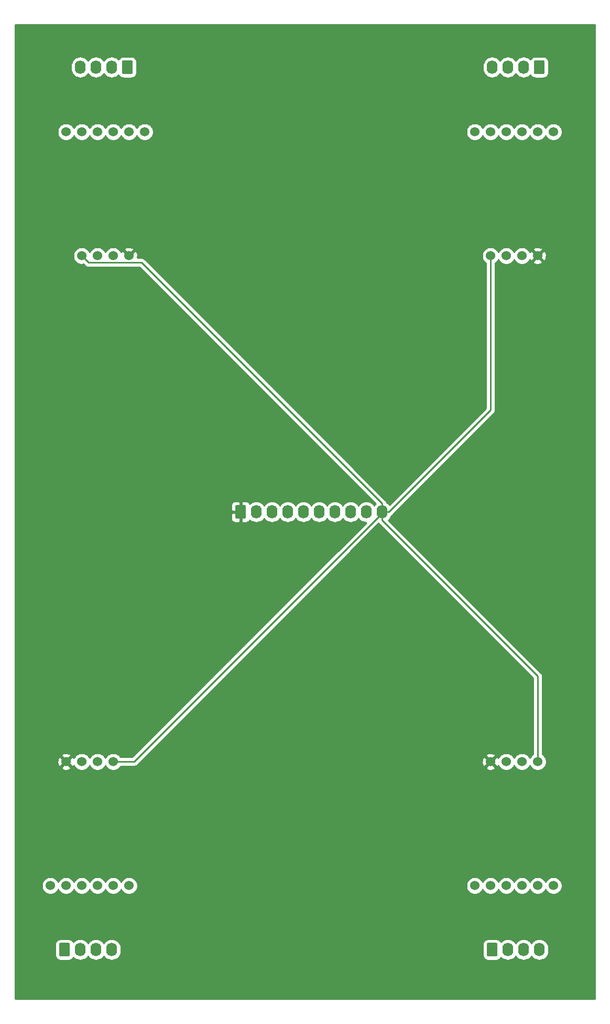
<source format=gbr>
G04 #@! TF.GenerationSoftware,KiCad,Pcbnew,(5.1.5-0)*
G04 #@! TF.CreationDate,2020-03-21T21:07:46+01:00*
G04 #@! TF.ProjectId,load_cells_connector_board,6c6f6164-5f63-4656-9c6c-735f636f6e6e,v01*
G04 #@! TF.SameCoordinates,Original*
G04 #@! TF.FileFunction,Copper,L2,Bot*
G04 #@! TF.FilePolarity,Positive*
%FSLAX46Y46*%
G04 Gerber Fmt 4.6, Leading zero omitted, Abs format (unit mm)*
G04 Created by KiCad (PCBNEW (5.1.5-0)) date 2020-03-21 21:07:46*
%MOMM*%
%LPD*%
G04 APERTURE LIST*
%ADD10C,0.100000*%
%ADD11O,1.740000X2.200000*%
%ADD12C,1.524000*%
%ADD13C,0.250000*%
%ADD14C,0.254000*%
G04 APERTURE END LIST*
G04 #@! TA.AperFunction,ComponentPad*
D10*
G36*
X129168505Y-108629204D02*
G01*
X129192773Y-108632804D01*
X129216572Y-108638765D01*
X129239671Y-108647030D01*
X129261850Y-108657520D01*
X129282893Y-108670132D01*
X129302599Y-108684747D01*
X129320777Y-108701223D01*
X129337253Y-108719401D01*
X129351868Y-108739107D01*
X129364480Y-108760150D01*
X129374970Y-108782329D01*
X129383235Y-108805428D01*
X129389196Y-108829227D01*
X129392796Y-108853495D01*
X129394000Y-108877999D01*
X129394000Y-110578001D01*
X129392796Y-110602505D01*
X129389196Y-110626773D01*
X129383235Y-110650572D01*
X129374970Y-110673671D01*
X129364480Y-110695850D01*
X129351868Y-110716893D01*
X129337253Y-110736599D01*
X129320777Y-110754777D01*
X129302599Y-110771253D01*
X129282893Y-110785868D01*
X129261850Y-110798480D01*
X129239671Y-110808970D01*
X129216572Y-110817235D01*
X129192773Y-110823196D01*
X129168505Y-110826796D01*
X129144001Y-110828000D01*
X127903999Y-110828000D01*
X127879495Y-110826796D01*
X127855227Y-110823196D01*
X127831428Y-110817235D01*
X127808329Y-110808970D01*
X127786150Y-110798480D01*
X127765107Y-110785868D01*
X127745401Y-110771253D01*
X127727223Y-110754777D01*
X127710747Y-110736599D01*
X127696132Y-110716893D01*
X127683520Y-110695850D01*
X127673030Y-110673671D01*
X127664765Y-110650572D01*
X127658804Y-110626773D01*
X127655204Y-110602505D01*
X127654000Y-110578001D01*
X127654000Y-108877999D01*
X127655204Y-108853495D01*
X127658804Y-108829227D01*
X127664765Y-108805428D01*
X127673030Y-108782329D01*
X127683520Y-108760150D01*
X127696132Y-108739107D01*
X127710747Y-108719401D01*
X127727223Y-108701223D01*
X127745401Y-108684747D01*
X127765107Y-108670132D01*
X127786150Y-108657520D01*
X127808329Y-108647030D01*
X127831428Y-108638765D01*
X127855227Y-108632804D01*
X127879495Y-108629204D01*
X127903999Y-108628000D01*
X129144001Y-108628000D01*
X129168505Y-108629204D01*
G37*
G04 #@! TD.AperFunction*
D11*
X131064000Y-109728000D03*
X133604000Y-109728000D03*
X136144000Y-109728000D03*
X138684000Y-109728000D03*
X141224000Y-109728000D03*
X143764000Y-109728000D03*
X146304000Y-109728000D03*
X148844000Y-109728000D03*
X151384000Y-109728000D03*
G04 #@! TA.AperFunction,ComponentPad*
D10*
G36*
X110880505Y-36901204D02*
G01*
X110904773Y-36904804D01*
X110928572Y-36910765D01*
X110951671Y-36919030D01*
X110973850Y-36929520D01*
X110994893Y-36942132D01*
X111014599Y-36956747D01*
X111032777Y-36973223D01*
X111049253Y-36991401D01*
X111063868Y-37011107D01*
X111076480Y-37032150D01*
X111086970Y-37054329D01*
X111095235Y-37077428D01*
X111101196Y-37101227D01*
X111104796Y-37125495D01*
X111106000Y-37149999D01*
X111106000Y-38850001D01*
X111104796Y-38874505D01*
X111101196Y-38898773D01*
X111095235Y-38922572D01*
X111086970Y-38945671D01*
X111076480Y-38967850D01*
X111063868Y-38988893D01*
X111049253Y-39008599D01*
X111032777Y-39026777D01*
X111014599Y-39043253D01*
X110994893Y-39057868D01*
X110973850Y-39070480D01*
X110951671Y-39080970D01*
X110928572Y-39089235D01*
X110904773Y-39095196D01*
X110880505Y-39098796D01*
X110856001Y-39100000D01*
X109615999Y-39100000D01*
X109591495Y-39098796D01*
X109567227Y-39095196D01*
X109543428Y-39089235D01*
X109520329Y-39080970D01*
X109498150Y-39070480D01*
X109477107Y-39057868D01*
X109457401Y-39043253D01*
X109439223Y-39026777D01*
X109422747Y-39008599D01*
X109408132Y-38988893D01*
X109395520Y-38967850D01*
X109385030Y-38945671D01*
X109376765Y-38922572D01*
X109370804Y-38898773D01*
X109367204Y-38874505D01*
X109366000Y-38850001D01*
X109366000Y-37149999D01*
X109367204Y-37125495D01*
X109370804Y-37101227D01*
X109376765Y-37077428D01*
X109385030Y-37054329D01*
X109395520Y-37032150D01*
X109408132Y-37011107D01*
X109422747Y-36991401D01*
X109439223Y-36973223D01*
X109457401Y-36956747D01*
X109477107Y-36942132D01*
X109498150Y-36929520D01*
X109520329Y-36919030D01*
X109543428Y-36910765D01*
X109567227Y-36904804D01*
X109591495Y-36901204D01*
X109615999Y-36900000D01*
X110856001Y-36900000D01*
X110880505Y-36901204D01*
G37*
G04 #@! TD.AperFunction*
D11*
X107696000Y-38000000D03*
X105156000Y-38000000D03*
X102616000Y-38000000D03*
X169164000Y-38000000D03*
X171704000Y-38000000D03*
X174244000Y-38000000D03*
G04 #@! TA.AperFunction,ComponentPad*
D10*
G36*
X177428505Y-36901204D02*
G01*
X177452773Y-36904804D01*
X177476572Y-36910765D01*
X177499671Y-36919030D01*
X177521850Y-36929520D01*
X177542893Y-36942132D01*
X177562599Y-36956747D01*
X177580777Y-36973223D01*
X177597253Y-36991401D01*
X177611868Y-37011107D01*
X177624480Y-37032150D01*
X177634970Y-37054329D01*
X177643235Y-37077428D01*
X177649196Y-37101227D01*
X177652796Y-37125495D01*
X177654000Y-37149999D01*
X177654000Y-38850001D01*
X177652796Y-38874505D01*
X177649196Y-38898773D01*
X177643235Y-38922572D01*
X177634970Y-38945671D01*
X177624480Y-38967850D01*
X177611868Y-38988893D01*
X177597253Y-39008599D01*
X177580777Y-39026777D01*
X177562599Y-39043253D01*
X177542893Y-39057868D01*
X177521850Y-39070480D01*
X177499671Y-39080970D01*
X177476572Y-39089235D01*
X177452773Y-39095196D01*
X177428505Y-39098796D01*
X177404001Y-39100000D01*
X176163999Y-39100000D01*
X176139495Y-39098796D01*
X176115227Y-39095196D01*
X176091428Y-39089235D01*
X176068329Y-39080970D01*
X176046150Y-39070480D01*
X176025107Y-39057868D01*
X176005401Y-39043253D01*
X175987223Y-39026777D01*
X175970747Y-39008599D01*
X175956132Y-38988893D01*
X175943520Y-38967850D01*
X175933030Y-38945671D01*
X175924765Y-38922572D01*
X175918804Y-38898773D01*
X175915204Y-38874505D01*
X175914000Y-38850001D01*
X175914000Y-37149999D01*
X175915204Y-37125495D01*
X175918804Y-37101227D01*
X175924765Y-37077428D01*
X175933030Y-37054329D01*
X175943520Y-37032150D01*
X175956132Y-37011107D01*
X175970747Y-36991401D01*
X175987223Y-36973223D01*
X176005401Y-36956747D01*
X176025107Y-36942132D01*
X176046150Y-36929520D01*
X176068329Y-36919030D01*
X176091428Y-36910765D01*
X176115227Y-36904804D01*
X176139495Y-36901204D01*
X176163999Y-36900000D01*
X177404001Y-36900000D01*
X177428505Y-36901204D01*
G37*
G04 #@! TD.AperFunction*
G04 #@! TA.AperFunction,ComponentPad*
G36*
X100720505Y-179241204D02*
G01*
X100744773Y-179244804D01*
X100768572Y-179250765D01*
X100791671Y-179259030D01*
X100813850Y-179269520D01*
X100834893Y-179282132D01*
X100854599Y-179296747D01*
X100872777Y-179313223D01*
X100889253Y-179331401D01*
X100903868Y-179351107D01*
X100916480Y-179372150D01*
X100926970Y-179394329D01*
X100935235Y-179417428D01*
X100941196Y-179441227D01*
X100944796Y-179465495D01*
X100946000Y-179489999D01*
X100946000Y-181190001D01*
X100944796Y-181214505D01*
X100941196Y-181238773D01*
X100935235Y-181262572D01*
X100926970Y-181285671D01*
X100916480Y-181307850D01*
X100903868Y-181328893D01*
X100889253Y-181348599D01*
X100872777Y-181366777D01*
X100854599Y-181383253D01*
X100834893Y-181397868D01*
X100813850Y-181410480D01*
X100791671Y-181420970D01*
X100768572Y-181429235D01*
X100744773Y-181435196D01*
X100720505Y-181438796D01*
X100696001Y-181440000D01*
X99455999Y-181440000D01*
X99431495Y-181438796D01*
X99407227Y-181435196D01*
X99383428Y-181429235D01*
X99360329Y-181420970D01*
X99338150Y-181410480D01*
X99317107Y-181397868D01*
X99297401Y-181383253D01*
X99279223Y-181366777D01*
X99262747Y-181348599D01*
X99248132Y-181328893D01*
X99235520Y-181307850D01*
X99225030Y-181285671D01*
X99216765Y-181262572D01*
X99210804Y-181238773D01*
X99207204Y-181214505D01*
X99206000Y-181190001D01*
X99206000Y-179489999D01*
X99207204Y-179465495D01*
X99210804Y-179441227D01*
X99216765Y-179417428D01*
X99225030Y-179394329D01*
X99235520Y-179372150D01*
X99248132Y-179351107D01*
X99262747Y-179331401D01*
X99279223Y-179313223D01*
X99297401Y-179296747D01*
X99317107Y-179282132D01*
X99338150Y-179269520D01*
X99360329Y-179259030D01*
X99383428Y-179250765D01*
X99407227Y-179244804D01*
X99431495Y-179241204D01*
X99455999Y-179240000D01*
X100696001Y-179240000D01*
X100720505Y-179241204D01*
G37*
G04 #@! TD.AperFunction*
D11*
X102616000Y-180340000D03*
X105156000Y-180340000D03*
X107696000Y-180340000D03*
X176784000Y-180340000D03*
X174244000Y-180340000D03*
X171704000Y-180340000D03*
G04 #@! TA.AperFunction,ComponentPad*
D10*
G36*
X169808505Y-179241204D02*
G01*
X169832773Y-179244804D01*
X169856572Y-179250765D01*
X169879671Y-179259030D01*
X169901850Y-179269520D01*
X169922893Y-179282132D01*
X169942599Y-179296747D01*
X169960777Y-179313223D01*
X169977253Y-179331401D01*
X169991868Y-179351107D01*
X170004480Y-179372150D01*
X170014970Y-179394329D01*
X170023235Y-179417428D01*
X170029196Y-179441227D01*
X170032796Y-179465495D01*
X170034000Y-179489999D01*
X170034000Y-181190001D01*
X170032796Y-181214505D01*
X170029196Y-181238773D01*
X170023235Y-181262572D01*
X170014970Y-181285671D01*
X170004480Y-181307850D01*
X169991868Y-181328893D01*
X169977253Y-181348599D01*
X169960777Y-181366777D01*
X169942599Y-181383253D01*
X169922893Y-181397868D01*
X169901850Y-181410480D01*
X169879671Y-181420970D01*
X169856572Y-181429235D01*
X169832773Y-181435196D01*
X169808505Y-181438796D01*
X169784001Y-181440000D01*
X168543999Y-181440000D01*
X168519495Y-181438796D01*
X168495227Y-181435196D01*
X168471428Y-181429235D01*
X168448329Y-181420970D01*
X168426150Y-181410480D01*
X168405107Y-181397868D01*
X168385401Y-181383253D01*
X168367223Y-181366777D01*
X168350747Y-181348599D01*
X168336132Y-181328893D01*
X168323520Y-181307850D01*
X168313030Y-181285671D01*
X168304765Y-181262572D01*
X168298804Y-181238773D01*
X168295204Y-181214505D01*
X168294000Y-181190001D01*
X168294000Y-179489999D01*
X168295204Y-179465495D01*
X168298804Y-179441227D01*
X168304765Y-179417428D01*
X168313030Y-179394329D01*
X168323520Y-179372150D01*
X168336132Y-179351107D01*
X168350747Y-179331401D01*
X168367223Y-179313223D01*
X168385401Y-179296747D01*
X168405107Y-179282132D01*
X168426150Y-179269520D01*
X168448329Y-179259030D01*
X168471428Y-179250765D01*
X168495227Y-179244804D01*
X168519495Y-179241204D01*
X168543999Y-179240000D01*
X169784001Y-179240000D01*
X169808505Y-179241204D01*
G37*
G04 #@! TD.AperFunction*
D12*
X113030000Y-48420000D03*
X110490000Y-48420000D03*
X107950000Y-48420000D03*
X105410000Y-48420000D03*
X102870000Y-48420000D03*
X100330000Y-48420000D03*
X102870000Y-68420000D03*
X105410000Y-68420000D03*
X107950000Y-68420000D03*
X110490000Y-68420000D03*
X176530000Y-68420000D03*
X173990000Y-68420000D03*
X171450000Y-68420000D03*
X168910000Y-68420000D03*
X166370000Y-48420000D03*
X168910000Y-48420000D03*
X171450000Y-48420000D03*
X173990000Y-48420000D03*
X176530000Y-48420000D03*
X179070000Y-48420000D03*
X97790000Y-170020000D03*
X100330000Y-170020000D03*
X102870000Y-170020000D03*
X105410000Y-170020000D03*
X107950000Y-170020000D03*
X110490000Y-170020000D03*
X107950000Y-150020000D03*
X105410000Y-150020000D03*
X102870000Y-150020000D03*
X100330000Y-150020000D03*
X168910000Y-150020000D03*
X171450000Y-150020000D03*
X173990000Y-150020000D03*
X176530000Y-150020000D03*
X179070000Y-170020000D03*
X176530000Y-170020000D03*
X173990000Y-170020000D03*
X171450000Y-170020000D03*
X168910000Y-170020000D03*
X166370000Y-170020000D03*
D13*
X168910000Y-93322000D02*
X168910000Y-68420000D01*
X152504000Y-109728000D02*
X168910000Y-93322000D01*
X151384000Y-109728000D02*
X152504000Y-109728000D01*
X103957001Y-69507001D02*
X102870000Y-68420000D01*
X112513001Y-69507001D02*
X103957001Y-69507001D01*
X151384000Y-108378000D02*
X112513001Y-69507001D01*
X151384000Y-109728000D02*
X151384000Y-108378000D01*
X111322000Y-150020000D02*
X107950000Y-150020000D01*
X151384000Y-109958000D02*
X111322000Y-150020000D01*
X151384000Y-109728000D02*
X151384000Y-109958000D01*
X176530000Y-136224000D02*
X176530000Y-150020000D01*
X151384000Y-111078000D02*
X176530000Y-136224000D01*
X151384000Y-109728000D02*
X151384000Y-111078000D01*
D14*
G36*
X185741000Y-188281000D02*
G01*
X92135000Y-188281000D01*
X92135000Y-179489999D01*
X98567928Y-179489999D01*
X98567928Y-181190001D01*
X98584992Y-181363255D01*
X98635528Y-181529851D01*
X98717595Y-181683387D01*
X98828038Y-181817962D01*
X98962613Y-181928405D01*
X99116149Y-182010472D01*
X99282745Y-182061008D01*
X99455999Y-182078072D01*
X100696001Y-182078072D01*
X100869255Y-182061008D01*
X101035851Y-182010472D01*
X101189387Y-181928405D01*
X101323962Y-181817962D01*
X101434405Y-181683387D01*
X101492934Y-181573886D01*
X101546655Y-181639345D01*
X101775822Y-181827417D01*
X102037276Y-181967166D01*
X102320969Y-182053224D01*
X102616000Y-182082282D01*
X102911032Y-182053224D01*
X103194725Y-181967166D01*
X103456179Y-181827417D01*
X103685345Y-181639345D01*
X103873417Y-181410179D01*
X103886000Y-181386638D01*
X103898583Y-181410179D01*
X104086655Y-181639345D01*
X104315822Y-181827417D01*
X104577276Y-181967166D01*
X104860969Y-182053224D01*
X105156000Y-182082282D01*
X105451032Y-182053224D01*
X105734725Y-181967166D01*
X105996179Y-181827417D01*
X106225345Y-181639345D01*
X106413417Y-181410179D01*
X106426000Y-181386638D01*
X106438583Y-181410179D01*
X106626655Y-181639345D01*
X106855822Y-181827417D01*
X107117276Y-181967166D01*
X107400969Y-182053224D01*
X107696000Y-182082282D01*
X107991032Y-182053224D01*
X108274725Y-181967166D01*
X108536179Y-181827417D01*
X108765345Y-181639345D01*
X108953417Y-181410179D01*
X109093166Y-181148724D01*
X109179224Y-180865031D01*
X109201000Y-180643935D01*
X109201000Y-180036064D01*
X109179224Y-179814968D01*
X109093166Y-179531275D01*
X109071104Y-179489999D01*
X167655928Y-179489999D01*
X167655928Y-181190001D01*
X167672992Y-181363255D01*
X167723528Y-181529851D01*
X167805595Y-181683387D01*
X167916038Y-181817962D01*
X168050613Y-181928405D01*
X168204149Y-182010472D01*
X168370745Y-182061008D01*
X168543999Y-182078072D01*
X169784001Y-182078072D01*
X169957255Y-182061008D01*
X170123851Y-182010472D01*
X170277387Y-181928405D01*
X170411962Y-181817962D01*
X170522405Y-181683387D01*
X170580934Y-181573886D01*
X170634655Y-181639345D01*
X170863822Y-181827417D01*
X171125276Y-181967166D01*
X171408969Y-182053224D01*
X171704000Y-182082282D01*
X171999032Y-182053224D01*
X172282725Y-181967166D01*
X172544179Y-181827417D01*
X172773345Y-181639345D01*
X172961417Y-181410179D01*
X172974000Y-181386638D01*
X172986583Y-181410179D01*
X173174655Y-181639345D01*
X173403822Y-181827417D01*
X173665276Y-181967166D01*
X173948969Y-182053224D01*
X174244000Y-182082282D01*
X174539032Y-182053224D01*
X174822725Y-181967166D01*
X175084179Y-181827417D01*
X175313345Y-181639345D01*
X175501417Y-181410179D01*
X175514000Y-181386638D01*
X175526583Y-181410179D01*
X175714655Y-181639345D01*
X175943822Y-181827417D01*
X176205276Y-181967166D01*
X176488969Y-182053224D01*
X176784000Y-182082282D01*
X177079032Y-182053224D01*
X177362725Y-181967166D01*
X177624179Y-181827417D01*
X177853345Y-181639345D01*
X178041417Y-181410179D01*
X178181166Y-181148724D01*
X178267224Y-180865031D01*
X178289000Y-180643935D01*
X178289000Y-180036064D01*
X178267224Y-179814968D01*
X178181166Y-179531275D01*
X178041417Y-179269821D01*
X177853345Y-179040655D01*
X177624178Y-178852583D01*
X177362724Y-178712834D01*
X177079031Y-178626776D01*
X176784000Y-178597718D01*
X176488968Y-178626776D01*
X176205275Y-178712834D01*
X175943821Y-178852583D01*
X175714655Y-179040655D01*
X175526583Y-179269822D01*
X175514000Y-179293363D01*
X175501417Y-179269821D01*
X175313345Y-179040655D01*
X175084178Y-178852583D01*
X174822724Y-178712834D01*
X174539031Y-178626776D01*
X174244000Y-178597718D01*
X173948968Y-178626776D01*
X173665275Y-178712834D01*
X173403821Y-178852583D01*
X173174655Y-179040655D01*
X172986583Y-179269822D01*
X172974000Y-179293363D01*
X172961417Y-179269821D01*
X172773345Y-179040655D01*
X172544178Y-178852583D01*
X172282724Y-178712834D01*
X171999031Y-178626776D01*
X171704000Y-178597718D01*
X171408968Y-178626776D01*
X171125275Y-178712834D01*
X170863821Y-178852583D01*
X170634655Y-179040655D01*
X170580935Y-179106114D01*
X170522405Y-178996613D01*
X170411962Y-178862038D01*
X170277387Y-178751595D01*
X170123851Y-178669528D01*
X169957255Y-178618992D01*
X169784001Y-178601928D01*
X168543999Y-178601928D01*
X168370745Y-178618992D01*
X168204149Y-178669528D01*
X168050613Y-178751595D01*
X167916038Y-178862038D01*
X167805595Y-178996613D01*
X167723528Y-179150149D01*
X167672992Y-179316745D01*
X167655928Y-179489999D01*
X109071104Y-179489999D01*
X108953417Y-179269821D01*
X108765345Y-179040655D01*
X108536178Y-178852583D01*
X108274724Y-178712834D01*
X107991031Y-178626776D01*
X107696000Y-178597718D01*
X107400968Y-178626776D01*
X107117275Y-178712834D01*
X106855821Y-178852583D01*
X106626655Y-179040655D01*
X106438583Y-179269822D01*
X106426000Y-179293363D01*
X106413417Y-179269821D01*
X106225345Y-179040655D01*
X105996178Y-178852583D01*
X105734724Y-178712834D01*
X105451031Y-178626776D01*
X105156000Y-178597718D01*
X104860968Y-178626776D01*
X104577275Y-178712834D01*
X104315821Y-178852583D01*
X104086655Y-179040655D01*
X103898583Y-179269822D01*
X103886000Y-179293363D01*
X103873417Y-179269821D01*
X103685345Y-179040655D01*
X103456178Y-178852583D01*
X103194724Y-178712834D01*
X102911031Y-178626776D01*
X102616000Y-178597718D01*
X102320968Y-178626776D01*
X102037275Y-178712834D01*
X101775821Y-178852583D01*
X101546655Y-179040655D01*
X101492935Y-179106114D01*
X101434405Y-178996613D01*
X101323962Y-178862038D01*
X101189387Y-178751595D01*
X101035851Y-178669528D01*
X100869255Y-178618992D01*
X100696001Y-178601928D01*
X99455999Y-178601928D01*
X99282745Y-178618992D01*
X99116149Y-178669528D01*
X98962613Y-178751595D01*
X98828038Y-178862038D01*
X98717595Y-178996613D01*
X98635528Y-179150149D01*
X98584992Y-179316745D01*
X98567928Y-179489999D01*
X92135000Y-179489999D01*
X92135000Y-169882408D01*
X96393000Y-169882408D01*
X96393000Y-170157592D01*
X96446686Y-170427490D01*
X96551995Y-170681727D01*
X96704880Y-170910535D01*
X96899465Y-171105120D01*
X97128273Y-171258005D01*
X97382510Y-171363314D01*
X97652408Y-171417000D01*
X97927592Y-171417000D01*
X98197490Y-171363314D01*
X98451727Y-171258005D01*
X98680535Y-171105120D01*
X98875120Y-170910535D01*
X99028005Y-170681727D01*
X99060000Y-170604485D01*
X99091995Y-170681727D01*
X99244880Y-170910535D01*
X99439465Y-171105120D01*
X99668273Y-171258005D01*
X99922510Y-171363314D01*
X100192408Y-171417000D01*
X100467592Y-171417000D01*
X100737490Y-171363314D01*
X100991727Y-171258005D01*
X101220535Y-171105120D01*
X101415120Y-170910535D01*
X101568005Y-170681727D01*
X101600000Y-170604485D01*
X101631995Y-170681727D01*
X101784880Y-170910535D01*
X101979465Y-171105120D01*
X102208273Y-171258005D01*
X102462510Y-171363314D01*
X102732408Y-171417000D01*
X103007592Y-171417000D01*
X103277490Y-171363314D01*
X103531727Y-171258005D01*
X103760535Y-171105120D01*
X103955120Y-170910535D01*
X104108005Y-170681727D01*
X104140000Y-170604485D01*
X104171995Y-170681727D01*
X104324880Y-170910535D01*
X104519465Y-171105120D01*
X104748273Y-171258005D01*
X105002510Y-171363314D01*
X105272408Y-171417000D01*
X105547592Y-171417000D01*
X105817490Y-171363314D01*
X106071727Y-171258005D01*
X106300535Y-171105120D01*
X106495120Y-170910535D01*
X106648005Y-170681727D01*
X106680000Y-170604485D01*
X106711995Y-170681727D01*
X106864880Y-170910535D01*
X107059465Y-171105120D01*
X107288273Y-171258005D01*
X107542510Y-171363314D01*
X107812408Y-171417000D01*
X108087592Y-171417000D01*
X108357490Y-171363314D01*
X108611727Y-171258005D01*
X108840535Y-171105120D01*
X109035120Y-170910535D01*
X109188005Y-170681727D01*
X109220000Y-170604485D01*
X109251995Y-170681727D01*
X109404880Y-170910535D01*
X109599465Y-171105120D01*
X109828273Y-171258005D01*
X110082510Y-171363314D01*
X110352408Y-171417000D01*
X110627592Y-171417000D01*
X110897490Y-171363314D01*
X111151727Y-171258005D01*
X111380535Y-171105120D01*
X111575120Y-170910535D01*
X111728005Y-170681727D01*
X111833314Y-170427490D01*
X111887000Y-170157592D01*
X111887000Y-169882408D01*
X164973000Y-169882408D01*
X164973000Y-170157592D01*
X165026686Y-170427490D01*
X165131995Y-170681727D01*
X165284880Y-170910535D01*
X165479465Y-171105120D01*
X165708273Y-171258005D01*
X165962510Y-171363314D01*
X166232408Y-171417000D01*
X166507592Y-171417000D01*
X166777490Y-171363314D01*
X167031727Y-171258005D01*
X167260535Y-171105120D01*
X167455120Y-170910535D01*
X167608005Y-170681727D01*
X167640000Y-170604485D01*
X167671995Y-170681727D01*
X167824880Y-170910535D01*
X168019465Y-171105120D01*
X168248273Y-171258005D01*
X168502510Y-171363314D01*
X168772408Y-171417000D01*
X169047592Y-171417000D01*
X169317490Y-171363314D01*
X169571727Y-171258005D01*
X169800535Y-171105120D01*
X169995120Y-170910535D01*
X170148005Y-170681727D01*
X170180000Y-170604485D01*
X170211995Y-170681727D01*
X170364880Y-170910535D01*
X170559465Y-171105120D01*
X170788273Y-171258005D01*
X171042510Y-171363314D01*
X171312408Y-171417000D01*
X171587592Y-171417000D01*
X171857490Y-171363314D01*
X172111727Y-171258005D01*
X172340535Y-171105120D01*
X172535120Y-170910535D01*
X172688005Y-170681727D01*
X172720000Y-170604485D01*
X172751995Y-170681727D01*
X172904880Y-170910535D01*
X173099465Y-171105120D01*
X173328273Y-171258005D01*
X173582510Y-171363314D01*
X173852408Y-171417000D01*
X174127592Y-171417000D01*
X174397490Y-171363314D01*
X174651727Y-171258005D01*
X174880535Y-171105120D01*
X175075120Y-170910535D01*
X175228005Y-170681727D01*
X175260000Y-170604485D01*
X175291995Y-170681727D01*
X175444880Y-170910535D01*
X175639465Y-171105120D01*
X175868273Y-171258005D01*
X176122510Y-171363314D01*
X176392408Y-171417000D01*
X176667592Y-171417000D01*
X176937490Y-171363314D01*
X177191727Y-171258005D01*
X177420535Y-171105120D01*
X177615120Y-170910535D01*
X177768005Y-170681727D01*
X177800000Y-170604485D01*
X177831995Y-170681727D01*
X177984880Y-170910535D01*
X178179465Y-171105120D01*
X178408273Y-171258005D01*
X178662510Y-171363314D01*
X178932408Y-171417000D01*
X179207592Y-171417000D01*
X179477490Y-171363314D01*
X179731727Y-171258005D01*
X179960535Y-171105120D01*
X180155120Y-170910535D01*
X180308005Y-170681727D01*
X180413314Y-170427490D01*
X180467000Y-170157592D01*
X180467000Y-169882408D01*
X180413314Y-169612510D01*
X180308005Y-169358273D01*
X180155120Y-169129465D01*
X179960535Y-168934880D01*
X179731727Y-168781995D01*
X179477490Y-168676686D01*
X179207592Y-168623000D01*
X178932408Y-168623000D01*
X178662510Y-168676686D01*
X178408273Y-168781995D01*
X178179465Y-168934880D01*
X177984880Y-169129465D01*
X177831995Y-169358273D01*
X177800000Y-169435515D01*
X177768005Y-169358273D01*
X177615120Y-169129465D01*
X177420535Y-168934880D01*
X177191727Y-168781995D01*
X176937490Y-168676686D01*
X176667592Y-168623000D01*
X176392408Y-168623000D01*
X176122510Y-168676686D01*
X175868273Y-168781995D01*
X175639465Y-168934880D01*
X175444880Y-169129465D01*
X175291995Y-169358273D01*
X175260000Y-169435515D01*
X175228005Y-169358273D01*
X175075120Y-169129465D01*
X174880535Y-168934880D01*
X174651727Y-168781995D01*
X174397490Y-168676686D01*
X174127592Y-168623000D01*
X173852408Y-168623000D01*
X173582510Y-168676686D01*
X173328273Y-168781995D01*
X173099465Y-168934880D01*
X172904880Y-169129465D01*
X172751995Y-169358273D01*
X172720000Y-169435515D01*
X172688005Y-169358273D01*
X172535120Y-169129465D01*
X172340535Y-168934880D01*
X172111727Y-168781995D01*
X171857490Y-168676686D01*
X171587592Y-168623000D01*
X171312408Y-168623000D01*
X171042510Y-168676686D01*
X170788273Y-168781995D01*
X170559465Y-168934880D01*
X170364880Y-169129465D01*
X170211995Y-169358273D01*
X170180000Y-169435515D01*
X170148005Y-169358273D01*
X169995120Y-169129465D01*
X169800535Y-168934880D01*
X169571727Y-168781995D01*
X169317490Y-168676686D01*
X169047592Y-168623000D01*
X168772408Y-168623000D01*
X168502510Y-168676686D01*
X168248273Y-168781995D01*
X168019465Y-168934880D01*
X167824880Y-169129465D01*
X167671995Y-169358273D01*
X167640000Y-169435515D01*
X167608005Y-169358273D01*
X167455120Y-169129465D01*
X167260535Y-168934880D01*
X167031727Y-168781995D01*
X166777490Y-168676686D01*
X166507592Y-168623000D01*
X166232408Y-168623000D01*
X165962510Y-168676686D01*
X165708273Y-168781995D01*
X165479465Y-168934880D01*
X165284880Y-169129465D01*
X165131995Y-169358273D01*
X165026686Y-169612510D01*
X164973000Y-169882408D01*
X111887000Y-169882408D01*
X111833314Y-169612510D01*
X111728005Y-169358273D01*
X111575120Y-169129465D01*
X111380535Y-168934880D01*
X111151727Y-168781995D01*
X110897490Y-168676686D01*
X110627592Y-168623000D01*
X110352408Y-168623000D01*
X110082510Y-168676686D01*
X109828273Y-168781995D01*
X109599465Y-168934880D01*
X109404880Y-169129465D01*
X109251995Y-169358273D01*
X109220000Y-169435515D01*
X109188005Y-169358273D01*
X109035120Y-169129465D01*
X108840535Y-168934880D01*
X108611727Y-168781995D01*
X108357490Y-168676686D01*
X108087592Y-168623000D01*
X107812408Y-168623000D01*
X107542510Y-168676686D01*
X107288273Y-168781995D01*
X107059465Y-168934880D01*
X106864880Y-169129465D01*
X106711995Y-169358273D01*
X106680000Y-169435515D01*
X106648005Y-169358273D01*
X106495120Y-169129465D01*
X106300535Y-168934880D01*
X106071727Y-168781995D01*
X105817490Y-168676686D01*
X105547592Y-168623000D01*
X105272408Y-168623000D01*
X105002510Y-168676686D01*
X104748273Y-168781995D01*
X104519465Y-168934880D01*
X104324880Y-169129465D01*
X104171995Y-169358273D01*
X104140000Y-169435515D01*
X104108005Y-169358273D01*
X103955120Y-169129465D01*
X103760535Y-168934880D01*
X103531727Y-168781995D01*
X103277490Y-168676686D01*
X103007592Y-168623000D01*
X102732408Y-168623000D01*
X102462510Y-168676686D01*
X102208273Y-168781995D01*
X101979465Y-168934880D01*
X101784880Y-169129465D01*
X101631995Y-169358273D01*
X101600000Y-169435515D01*
X101568005Y-169358273D01*
X101415120Y-169129465D01*
X101220535Y-168934880D01*
X100991727Y-168781995D01*
X100737490Y-168676686D01*
X100467592Y-168623000D01*
X100192408Y-168623000D01*
X99922510Y-168676686D01*
X99668273Y-168781995D01*
X99439465Y-168934880D01*
X99244880Y-169129465D01*
X99091995Y-169358273D01*
X99060000Y-169435515D01*
X99028005Y-169358273D01*
X98875120Y-169129465D01*
X98680535Y-168934880D01*
X98451727Y-168781995D01*
X98197490Y-168676686D01*
X97927592Y-168623000D01*
X97652408Y-168623000D01*
X97382510Y-168676686D01*
X97128273Y-168781995D01*
X96899465Y-168934880D01*
X96704880Y-169129465D01*
X96551995Y-169358273D01*
X96446686Y-169612510D01*
X96393000Y-169882408D01*
X92135000Y-169882408D01*
X92135000Y-150985565D01*
X99544040Y-150985565D01*
X99611020Y-151225656D01*
X99860048Y-151342756D01*
X100127135Y-151409023D01*
X100402017Y-151421910D01*
X100674133Y-151380922D01*
X100933023Y-151287636D01*
X101048980Y-151225656D01*
X101115960Y-150985565D01*
X100330000Y-150199605D01*
X99544040Y-150985565D01*
X92135000Y-150985565D01*
X92135000Y-150092017D01*
X98928090Y-150092017D01*
X98969078Y-150364133D01*
X99062364Y-150623023D01*
X99124344Y-150738980D01*
X99364435Y-150805960D01*
X100150395Y-150020000D01*
X100509605Y-150020000D01*
X101295565Y-150805960D01*
X101535656Y-150738980D01*
X101599485Y-150603240D01*
X101631995Y-150681727D01*
X101784880Y-150910535D01*
X101979465Y-151105120D01*
X102208273Y-151258005D01*
X102462510Y-151363314D01*
X102732408Y-151417000D01*
X103007592Y-151417000D01*
X103277490Y-151363314D01*
X103531727Y-151258005D01*
X103760535Y-151105120D01*
X103955120Y-150910535D01*
X104108005Y-150681727D01*
X104140000Y-150604485D01*
X104171995Y-150681727D01*
X104324880Y-150910535D01*
X104519465Y-151105120D01*
X104748273Y-151258005D01*
X105002510Y-151363314D01*
X105272408Y-151417000D01*
X105547592Y-151417000D01*
X105817490Y-151363314D01*
X106071727Y-151258005D01*
X106300535Y-151105120D01*
X106495120Y-150910535D01*
X106648005Y-150681727D01*
X106680000Y-150604485D01*
X106711995Y-150681727D01*
X106864880Y-150910535D01*
X107059465Y-151105120D01*
X107288273Y-151258005D01*
X107542510Y-151363314D01*
X107812408Y-151417000D01*
X108087592Y-151417000D01*
X108357490Y-151363314D01*
X108611727Y-151258005D01*
X108840535Y-151105120D01*
X108960090Y-150985565D01*
X168124040Y-150985565D01*
X168191020Y-151225656D01*
X168440048Y-151342756D01*
X168707135Y-151409023D01*
X168982017Y-151421910D01*
X169254133Y-151380922D01*
X169513023Y-151287636D01*
X169628980Y-151225656D01*
X169695960Y-150985565D01*
X168910000Y-150199605D01*
X168124040Y-150985565D01*
X108960090Y-150985565D01*
X109035120Y-150910535D01*
X109122341Y-150780000D01*
X111284678Y-150780000D01*
X111322000Y-150783676D01*
X111359322Y-150780000D01*
X111359333Y-150780000D01*
X111470986Y-150769003D01*
X111614247Y-150725546D01*
X111746276Y-150654974D01*
X111862001Y-150560001D01*
X111885804Y-150530997D01*
X112324784Y-150092017D01*
X167508090Y-150092017D01*
X167549078Y-150364133D01*
X167642364Y-150623023D01*
X167704344Y-150738980D01*
X167944435Y-150805960D01*
X168730395Y-150020000D01*
X167944435Y-149234040D01*
X167704344Y-149301020D01*
X167587244Y-149550048D01*
X167520977Y-149817135D01*
X167508090Y-150092017D01*
X112324784Y-150092017D01*
X113362366Y-149054435D01*
X168124040Y-149054435D01*
X168910000Y-149840395D01*
X169695960Y-149054435D01*
X169628980Y-148814344D01*
X169379952Y-148697244D01*
X169112865Y-148630977D01*
X168837983Y-148618090D01*
X168565867Y-148659078D01*
X168306977Y-148752364D01*
X168191020Y-148814344D01*
X168124040Y-149054435D01*
X113362366Y-149054435D01*
X150823626Y-111593176D01*
X150844000Y-111618001D01*
X150872998Y-111641799D01*
X175770000Y-136538802D01*
X175770001Y-148847658D01*
X175639465Y-148934880D01*
X175444880Y-149129465D01*
X175291995Y-149358273D01*
X175260000Y-149435515D01*
X175228005Y-149358273D01*
X175075120Y-149129465D01*
X174880535Y-148934880D01*
X174651727Y-148781995D01*
X174397490Y-148676686D01*
X174127592Y-148623000D01*
X173852408Y-148623000D01*
X173582510Y-148676686D01*
X173328273Y-148781995D01*
X173099465Y-148934880D01*
X172904880Y-149129465D01*
X172751995Y-149358273D01*
X172720000Y-149435515D01*
X172688005Y-149358273D01*
X172535120Y-149129465D01*
X172340535Y-148934880D01*
X172111727Y-148781995D01*
X171857490Y-148676686D01*
X171587592Y-148623000D01*
X171312408Y-148623000D01*
X171042510Y-148676686D01*
X170788273Y-148781995D01*
X170559465Y-148934880D01*
X170364880Y-149129465D01*
X170211995Y-149358273D01*
X170182308Y-149429943D01*
X170177636Y-149416977D01*
X170115656Y-149301020D01*
X169875565Y-149234040D01*
X169089605Y-150020000D01*
X169875565Y-150805960D01*
X170115656Y-150738980D01*
X170179485Y-150603240D01*
X170211995Y-150681727D01*
X170364880Y-150910535D01*
X170559465Y-151105120D01*
X170788273Y-151258005D01*
X171042510Y-151363314D01*
X171312408Y-151417000D01*
X171587592Y-151417000D01*
X171857490Y-151363314D01*
X172111727Y-151258005D01*
X172340535Y-151105120D01*
X172535120Y-150910535D01*
X172688005Y-150681727D01*
X172720000Y-150604485D01*
X172751995Y-150681727D01*
X172904880Y-150910535D01*
X173099465Y-151105120D01*
X173328273Y-151258005D01*
X173582510Y-151363314D01*
X173852408Y-151417000D01*
X174127592Y-151417000D01*
X174397490Y-151363314D01*
X174651727Y-151258005D01*
X174880535Y-151105120D01*
X175075120Y-150910535D01*
X175228005Y-150681727D01*
X175260000Y-150604485D01*
X175291995Y-150681727D01*
X175444880Y-150910535D01*
X175639465Y-151105120D01*
X175868273Y-151258005D01*
X176122510Y-151363314D01*
X176392408Y-151417000D01*
X176667592Y-151417000D01*
X176937490Y-151363314D01*
X177191727Y-151258005D01*
X177420535Y-151105120D01*
X177615120Y-150910535D01*
X177768005Y-150681727D01*
X177873314Y-150427490D01*
X177927000Y-150157592D01*
X177927000Y-149882408D01*
X177873314Y-149612510D01*
X177768005Y-149358273D01*
X177615120Y-149129465D01*
X177420535Y-148934880D01*
X177290000Y-148847659D01*
X177290000Y-136261322D01*
X177293676Y-136223999D01*
X177290000Y-136186676D01*
X177290000Y-136186667D01*
X177279003Y-136075014D01*
X177235546Y-135931753D01*
X177164974Y-135799724D01*
X177070001Y-135683999D01*
X177041004Y-135660202D01*
X152428520Y-111047719D01*
X152453345Y-111027345D01*
X152641417Y-110798179D01*
X152781166Y-110536724D01*
X152815604Y-110423200D01*
X152928276Y-110362974D01*
X153044001Y-110268001D01*
X153067804Y-110238997D01*
X169421004Y-93885798D01*
X169450001Y-93862001D01*
X169544974Y-93746276D01*
X169615546Y-93614247D01*
X169659003Y-93470986D01*
X169670000Y-93359333D01*
X169670000Y-93359325D01*
X169673676Y-93322000D01*
X169670000Y-93284675D01*
X169670000Y-69592341D01*
X169800535Y-69505120D01*
X169995120Y-69310535D01*
X170148005Y-69081727D01*
X170180000Y-69004485D01*
X170211995Y-69081727D01*
X170364880Y-69310535D01*
X170559465Y-69505120D01*
X170788273Y-69658005D01*
X171042510Y-69763314D01*
X171312408Y-69817000D01*
X171587592Y-69817000D01*
X171857490Y-69763314D01*
X172111727Y-69658005D01*
X172340535Y-69505120D01*
X172535120Y-69310535D01*
X172688005Y-69081727D01*
X172720000Y-69004485D01*
X172751995Y-69081727D01*
X172904880Y-69310535D01*
X173099465Y-69505120D01*
X173328273Y-69658005D01*
X173582510Y-69763314D01*
X173852408Y-69817000D01*
X174127592Y-69817000D01*
X174397490Y-69763314D01*
X174651727Y-69658005D01*
X174880535Y-69505120D01*
X175000090Y-69385565D01*
X175744040Y-69385565D01*
X175811020Y-69625656D01*
X176060048Y-69742756D01*
X176327135Y-69809023D01*
X176602017Y-69821910D01*
X176874133Y-69780922D01*
X177133023Y-69687636D01*
X177248980Y-69625656D01*
X177315960Y-69385565D01*
X176530000Y-68599605D01*
X175744040Y-69385565D01*
X175000090Y-69385565D01*
X175075120Y-69310535D01*
X175228005Y-69081727D01*
X175257692Y-69010057D01*
X175262364Y-69023023D01*
X175324344Y-69138980D01*
X175564435Y-69205960D01*
X176350395Y-68420000D01*
X176709605Y-68420000D01*
X177495565Y-69205960D01*
X177735656Y-69138980D01*
X177852756Y-68889952D01*
X177919023Y-68622865D01*
X177931910Y-68347983D01*
X177890922Y-68075867D01*
X177797636Y-67816977D01*
X177735656Y-67701020D01*
X177495565Y-67634040D01*
X176709605Y-68420000D01*
X176350395Y-68420000D01*
X175564435Y-67634040D01*
X175324344Y-67701020D01*
X175260515Y-67836760D01*
X175228005Y-67758273D01*
X175075120Y-67529465D01*
X175000090Y-67454435D01*
X175744040Y-67454435D01*
X176530000Y-68240395D01*
X177315960Y-67454435D01*
X177248980Y-67214344D01*
X176999952Y-67097244D01*
X176732865Y-67030977D01*
X176457983Y-67018090D01*
X176185867Y-67059078D01*
X175926977Y-67152364D01*
X175811020Y-67214344D01*
X175744040Y-67454435D01*
X175000090Y-67454435D01*
X174880535Y-67334880D01*
X174651727Y-67181995D01*
X174397490Y-67076686D01*
X174127592Y-67023000D01*
X173852408Y-67023000D01*
X173582510Y-67076686D01*
X173328273Y-67181995D01*
X173099465Y-67334880D01*
X172904880Y-67529465D01*
X172751995Y-67758273D01*
X172720000Y-67835515D01*
X172688005Y-67758273D01*
X172535120Y-67529465D01*
X172340535Y-67334880D01*
X172111727Y-67181995D01*
X171857490Y-67076686D01*
X171587592Y-67023000D01*
X171312408Y-67023000D01*
X171042510Y-67076686D01*
X170788273Y-67181995D01*
X170559465Y-67334880D01*
X170364880Y-67529465D01*
X170211995Y-67758273D01*
X170180000Y-67835515D01*
X170148005Y-67758273D01*
X169995120Y-67529465D01*
X169800535Y-67334880D01*
X169571727Y-67181995D01*
X169317490Y-67076686D01*
X169047592Y-67023000D01*
X168772408Y-67023000D01*
X168502510Y-67076686D01*
X168248273Y-67181995D01*
X168019465Y-67334880D01*
X167824880Y-67529465D01*
X167671995Y-67758273D01*
X167566686Y-68012510D01*
X167513000Y-68282408D01*
X167513000Y-68557592D01*
X167566686Y-68827490D01*
X167671995Y-69081727D01*
X167824880Y-69310535D01*
X168019465Y-69505120D01*
X168150001Y-69592342D01*
X168150000Y-93007198D01*
X152577392Y-108579807D01*
X152453345Y-108428655D01*
X152224178Y-108240583D01*
X152119548Y-108184657D01*
X152089546Y-108085753D01*
X152064287Y-108038498D01*
X152018974Y-107953723D01*
X151947799Y-107866997D01*
X151924001Y-107837999D01*
X151895003Y-107814201D01*
X113076805Y-68996004D01*
X113053002Y-68967000D01*
X112937277Y-68872027D01*
X112805248Y-68801455D01*
X112661987Y-68757998D01*
X112550334Y-68747001D01*
X112550323Y-68747001D01*
X112513001Y-68743325D01*
X112475679Y-68747001D01*
X111848224Y-68747001D01*
X111879023Y-68622865D01*
X111891910Y-68347983D01*
X111850922Y-68075867D01*
X111757636Y-67816977D01*
X111695656Y-67701020D01*
X111455565Y-67634040D01*
X110669605Y-68420000D01*
X110683748Y-68434143D01*
X110504143Y-68613748D01*
X110490000Y-68599605D01*
X110475858Y-68613748D01*
X110296253Y-68434143D01*
X110310395Y-68420000D01*
X109524435Y-67634040D01*
X109284344Y-67701020D01*
X109220515Y-67836760D01*
X109188005Y-67758273D01*
X109035120Y-67529465D01*
X108960090Y-67454435D01*
X109704040Y-67454435D01*
X110490000Y-68240395D01*
X111275960Y-67454435D01*
X111208980Y-67214344D01*
X110959952Y-67097244D01*
X110692865Y-67030977D01*
X110417983Y-67018090D01*
X110145867Y-67059078D01*
X109886977Y-67152364D01*
X109771020Y-67214344D01*
X109704040Y-67454435D01*
X108960090Y-67454435D01*
X108840535Y-67334880D01*
X108611727Y-67181995D01*
X108357490Y-67076686D01*
X108087592Y-67023000D01*
X107812408Y-67023000D01*
X107542510Y-67076686D01*
X107288273Y-67181995D01*
X107059465Y-67334880D01*
X106864880Y-67529465D01*
X106711995Y-67758273D01*
X106680000Y-67835515D01*
X106648005Y-67758273D01*
X106495120Y-67529465D01*
X106300535Y-67334880D01*
X106071727Y-67181995D01*
X105817490Y-67076686D01*
X105547592Y-67023000D01*
X105272408Y-67023000D01*
X105002510Y-67076686D01*
X104748273Y-67181995D01*
X104519465Y-67334880D01*
X104324880Y-67529465D01*
X104171995Y-67758273D01*
X104140000Y-67835515D01*
X104108005Y-67758273D01*
X103955120Y-67529465D01*
X103760535Y-67334880D01*
X103531727Y-67181995D01*
X103277490Y-67076686D01*
X103007592Y-67023000D01*
X102732408Y-67023000D01*
X102462510Y-67076686D01*
X102208273Y-67181995D01*
X101979465Y-67334880D01*
X101784880Y-67529465D01*
X101631995Y-67758273D01*
X101526686Y-68012510D01*
X101473000Y-68282408D01*
X101473000Y-68557592D01*
X101526686Y-68827490D01*
X101631995Y-69081727D01*
X101784880Y-69310535D01*
X101979465Y-69505120D01*
X102208273Y-69658005D01*
X102462510Y-69763314D01*
X102732408Y-69817000D01*
X103007592Y-69817000D01*
X103161570Y-69786372D01*
X103393201Y-70018003D01*
X103417000Y-70047002D01*
X103445998Y-70070800D01*
X103532725Y-70141975D01*
X103664754Y-70212547D01*
X103808015Y-70256004D01*
X103957001Y-70270678D01*
X103994334Y-70267001D01*
X112198200Y-70267001D01*
X150339480Y-108408282D01*
X150314655Y-108428655D01*
X150126583Y-108657822D01*
X150114000Y-108681363D01*
X150101417Y-108657821D01*
X149913345Y-108428655D01*
X149684178Y-108240583D01*
X149422724Y-108100834D01*
X149139031Y-108014776D01*
X148844000Y-107985718D01*
X148548968Y-108014776D01*
X148265275Y-108100834D01*
X148003821Y-108240583D01*
X147774655Y-108428655D01*
X147586583Y-108657822D01*
X147574000Y-108681363D01*
X147561417Y-108657821D01*
X147373345Y-108428655D01*
X147144178Y-108240583D01*
X146882724Y-108100834D01*
X146599031Y-108014776D01*
X146304000Y-107985718D01*
X146008968Y-108014776D01*
X145725275Y-108100834D01*
X145463821Y-108240583D01*
X145234655Y-108428655D01*
X145046583Y-108657822D01*
X145034000Y-108681363D01*
X145021417Y-108657821D01*
X144833345Y-108428655D01*
X144604178Y-108240583D01*
X144342724Y-108100834D01*
X144059031Y-108014776D01*
X143764000Y-107985718D01*
X143468968Y-108014776D01*
X143185275Y-108100834D01*
X142923821Y-108240583D01*
X142694655Y-108428655D01*
X142506583Y-108657822D01*
X142494000Y-108681363D01*
X142481417Y-108657821D01*
X142293345Y-108428655D01*
X142064178Y-108240583D01*
X141802724Y-108100834D01*
X141519031Y-108014776D01*
X141224000Y-107985718D01*
X140928968Y-108014776D01*
X140645275Y-108100834D01*
X140383821Y-108240583D01*
X140154655Y-108428655D01*
X139966583Y-108657822D01*
X139954000Y-108681363D01*
X139941417Y-108657821D01*
X139753345Y-108428655D01*
X139524178Y-108240583D01*
X139262724Y-108100834D01*
X138979031Y-108014776D01*
X138684000Y-107985718D01*
X138388968Y-108014776D01*
X138105275Y-108100834D01*
X137843821Y-108240583D01*
X137614655Y-108428655D01*
X137426583Y-108657822D01*
X137414000Y-108681363D01*
X137401417Y-108657821D01*
X137213345Y-108428655D01*
X136984178Y-108240583D01*
X136722724Y-108100834D01*
X136439031Y-108014776D01*
X136144000Y-107985718D01*
X135848968Y-108014776D01*
X135565275Y-108100834D01*
X135303821Y-108240583D01*
X135074655Y-108428655D01*
X134886583Y-108657822D01*
X134874000Y-108681363D01*
X134861417Y-108657821D01*
X134673345Y-108428655D01*
X134444178Y-108240583D01*
X134182724Y-108100834D01*
X133899031Y-108014776D01*
X133604000Y-107985718D01*
X133308968Y-108014776D01*
X133025275Y-108100834D01*
X132763821Y-108240583D01*
X132534655Y-108428655D01*
X132346583Y-108657822D01*
X132334000Y-108681363D01*
X132321417Y-108657821D01*
X132133345Y-108428655D01*
X131904178Y-108240583D01*
X131642724Y-108100834D01*
X131359031Y-108014776D01*
X131064000Y-107985718D01*
X130768968Y-108014776D01*
X130485275Y-108100834D01*
X130223821Y-108240583D01*
X129996615Y-108427047D01*
X129983502Y-108383820D01*
X129924537Y-108273506D01*
X129845185Y-108176815D01*
X129748494Y-108097463D01*
X129638180Y-108038498D01*
X129518482Y-108002188D01*
X129394000Y-107989928D01*
X128809750Y-107993000D01*
X128651000Y-108151750D01*
X128651000Y-109601000D01*
X128671000Y-109601000D01*
X128671000Y-109855000D01*
X128651000Y-109855000D01*
X128651000Y-111304250D01*
X128809750Y-111463000D01*
X129394000Y-111466072D01*
X129518482Y-111453812D01*
X129638180Y-111417502D01*
X129748494Y-111358537D01*
X129845185Y-111279185D01*
X129924537Y-111182494D01*
X129983502Y-111072180D01*
X129996615Y-111028953D01*
X130223822Y-111215417D01*
X130485276Y-111355166D01*
X130768969Y-111441224D01*
X131064000Y-111470282D01*
X131359032Y-111441224D01*
X131642725Y-111355166D01*
X131904179Y-111215417D01*
X132133345Y-111027345D01*
X132321417Y-110798179D01*
X132334000Y-110774638D01*
X132346583Y-110798179D01*
X132534655Y-111027345D01*
X132763822Y-111215417D01*
X133025276Y-111355166D01*
X133308969Y-111441224D01*
X133604000Y-111470282D01*
X133899032Y-111441224D01*
X134182725Y-111355166D01*
X134444179Y-111215417D01*
X134673345Y-111027345D01*
X134861417Y-110798179D01*
X134874000Y-110774638D01*
X134886583Y-110798179D01*
X135074655Y-111027345D01*
X135303822Y-111215417D01*
X135565276Y-111355166D01*
X135848969Y-111441224D01*
X136144000Y-111470282D01*
X136439032Y-111441224D01*
X136722725Y-111355166D01*
X136984179Y-111215417D01*
X137213345Y-111027345D01*
X137401417Y-110798179D01*
X137414000Y-110774638D01*
X137426583Y-110798179D01*
X137614655Y-111027345D01*
X137843822Y-111215417D01*
X138105276Y-111355166D01*
X138388969Y-111441224D01*
X138684000Y-111470282D01*
X138979032Y-111441224D01*
X139262725Y-111355166D01*
X139524179Y-111215417D01*
X139753345Y-111027345D01*
X139941417Y-110798179D01*
X139954000Y-110774638D01*
X139966583Y-110798179D01*
X140154655Y-111027345D01*
X140383822Y-111215417D01*
X140645276Y-111355166D01*
X140928969Y-111441224D01*
X141224000Y-111470282D01*
X141519032Y-111441224D01*
X141802725Y-111355166D01*
X142064179Y-111215417D01*
X142293345Y-111027345D01*
X142481417Y-110798179D01*
X142494000Y-110774638D01*
X142506583Y-110798179D01*
X142694655Y-111027345D01*
X142923822Y-111215417D01*
X143185276Y-111355166D01*
X143468969Y-111441224D01*
X143764000Y-111470282D01*
X144059032Y-111441224D01*
X144342725Y-111355166D01*
X144604179Y-111215417D01*
X144833345Y-111027345D01*
X145021417Y-110798179D01*
X145034000Y-110774638D01*
X145046583Y-110798179D01*
X145234655Y-111027345D01*
X145463822Y-111215417D01*
X145725276Y-111355166D01*
X146008969Y-111441224D01*
X146304000Y-111470282D01*
X146599032Y-111441224D01*
X146882725Y-111355166D01*
X147144179Y-111215417D01*
X147373345Y-111027345D01*
X147561417Y-110798179D01*
X147574000Y-110774638D01*
X147586583Y-110798179D01*
X147774655Y-111027345D01*
X148003822Y-111215417D01*
X148265276Y-111355166D01*
X148548969Y-111441224D01*
X148801138Y-111466060D01*
X111007199Y-149260000D01*
X109122341Y-149260000D01*
X109035120Y-149129465D01*
X108840535Y-148934880D01*
X108611727Y-148781995D01*
X108357490Y-148676686D01*
X108087592Y-148623000D01*
X107812408Y-148623000D01*
X107542510Y-148676686D01*
X107288273Y-148781995D01*
X107059465Y-148934880D01*
X106864880Y-149129465D01*
X106711995Y-149358273D01*
X106680000Y-149435515D01*
X106648005Y-149358273D01*
X106495120Y-149129465D01*
X106300535Y-148934880D01*
X106071727Y-148781995D01*
X105817490Y-148676686D01*
X105547592Y-148623000D01*
X105272408Y-148623000D01*
X105002510Y-148676686D01*
X104748273Y-148781995D01*
X104519465Y-148934880D01*
X104324880Y-149129465D01*
X104171995Y-149358273D01*
X104140000Y-149435515D01*
X104108005Y-149358273D01*
X103955120Y-149129465D01*
X103760535Y-148934880D01*
X103531727Y-148781995D01*
X103277490Y-148676686D01*
X103007592Y-148623000D01*
X102732408Y-148623000D01*
X102462510Y-148676686D01*
X102208273Y-148781995D01*
X101979465Y-148934880D01*
X101784880Y-149129465D01*
X101631995Y-149358273D01*
X101602308Y-149429943D01*
X101597636Y-149416977D01*
X101535656Y-149301020D01*
X101295565Y-149234040D01*
X100509605Y-150020000D01*
X100150395Y-150020000D01*
X99364435Y-149234040D01*
X99124344Y-149301020D01*
X99007244Y-149550048D01*
X98940977Y-149817135D01*
X98928090Y-150092017D01*
X92135000Y-150092017D01*
X92135000Y-149054435D01*
X99544040Y-149054435D01*
X100330000Y-149840395D01*
X101115960Y-149054435D01*
X101048980Y-148814344D01*
X100799952Y-148697244D01*
X100532865Y-148630977D01*
X100257983Y-148618090D01*
X99985867Y-148659078D01*
X99726977Y-148752364D01*
X99611020Y-148814344D01*
X99544040Y-149054435D01*
X92135000Y-149054435D01*
X92135000Y-110828000D01*
X127015928Y-110828000D01*
X127028188Y-110952482D01*
X127064498Y-111072180D01*
X127123463Y-111182494D01*
X127202815Y-111279185D01*
X127299506Y-111358537D01*
X127409820Y-111417502D01*
X127529518Y-111453812D01*
X127654000Y-111466072D01*
X128238250Y-111463000D01*
X128397000Y-111304250D01*
X128397000Y-109855000D01*
X127177750Y-109855000D01*
X127019000Y-110013750D01*
X127015928Y-110828000D01*
X92135000Y-110828000D01*
X92135000Y-108628000D01*
X127015928Y-108628000D01*
X127019000Y-109442250D01*
X127177750Y-109601000D01*
X128397000Y-109601000D01*
X128397000Y-108151750D01*
X128238250Y-107993000D01*
X127654000Y-107989928D01*
X127529518Y-108002188D01*
X127409820Y-108038498D01*
X127299506Y-108097463D01*
X127202815Y-108176815D01*
X127123463Y-108273506D01*
X127064498Y-108383820D01*
X127028188Y-108503518D01*
X127015928Y-108628000D01*
X92135000Y-108628000D01*
X92135000Y-48282408D01*
X98933000Y-48282408D01*
X98933000Y-48557592D01*
X98986686Y-48827490D01*
X99091995Y-49081727D01*
X99244880Y-49310535D01*
X99439465Y-49505120D01*
X99668273Y-49658005D01*
X99922510Y-49763314D01*
X100192408Y-49817000D01*
X100467592Y-49817000D01*
X100737490Y-49763314D01*
X100991727Y-49658005D01*
X101220535Y-49505120D01*
X101415120Y-49310535D01*
X101568005Y-49081727D01*
X101600000Y-49004485D01*
X101631995Y-49081727D01*
X101784880Y-49310535D01*
X101979465Y-49505120D01*
X102208273Y-49658005D01*
X102462510Y-49763314D01*
X102732408Y-49817000D01*
X103007592Y-49817000D01*
X103277490Y-49763314D01*
X103531727Y-49658005D01*
X103760535Y-49505120D01*
X103955120Y-49310535D01*
X104108005Y-49081727D01*
X104140000Y-49004485D01*
X104171995Y-49081727D01*
X104324880Y-49310535D01*
X104519465Y-49505120D01*
X104748273Y-49658005D01*
X105002510Y-49763314D01*
X105272408Y-49817000D01*
X105547592Y-49817000D01*
X105817490Y-49763314D01*
X106071727Y-49658005D01*
X106300535Y-49505120D01*
X106495120Y-49310535D01*
X106648005Y-49081727D01*
X106680000Y-49004485D01*
X106711995Y-49081727D01*
X106864880Y-49310535D01*
X107059465Y-49505120D01*
X107288273Y-49658005D01*
X107542510Y-49763314D01*
X107812408Y-49817000D01*
X108087592Y-49817000D01*
X108357490Y-49763314D01*
X108611727Y-49658005D01*
X108840535Y-49505120D01*
X109035120Y-49310535D01*
X109188005Y-49081727D01*
X109220000Y-49004485D01*
X109251995Y-49081727D01*
X109404880Y-49310535D01*
X109599465Y-49505120D01*
X109828273Y-49658005D01*
X110082510Y-49763314D01*
X110352408Y-49817000D01*
X110627592Y-49817000D01*
X110897490Y-49763314D01*
X111151727Y-49658005D01*
X111380535Y-49505120D01*
X111575120Y-49310535D01*
X111728005Y-49081727D01*
X111760000Y-49004485D01*
X111791995Y-49081727D01*
X111944880Y-49310535D01*
X112139465Y-49505120D01*
X112368273Y-49658005D01*
X112622510Y-49763314D01*
X112892408Y-49817000D01*
X113167592Y-49817000D01*
X113437490Y-49763314D01*
X113691727Y-49658005D01*
X113920535Y-49505120D01*
X114115120Y-49310535D01*
X114268005Y-49081727D01*
X114373314Y-48827490D01*
X114427000Y-48557592D01*
X114427000Y-48282408D01*
X164973000Y-48282408D01*
X164973000Y-48557592D01*
X165026686Y-48827490D01*
X165131995Y-49081727D01*
X165284880Y-49310535D01*
X165479465Y-49505120D01*
X165708273Y-49658005D01*
X165962510Y-49763314D01*
X166232408Y-49817000D01*
X166507592Y-49817000D01*
X166777490Y-49763314D01*
X167031727Y-49658005D01*
X167260535Y-49505120D01*
X167455120Y-49310535D01*
X167608005Y-49081727D01*
X167640000Y-49004485D01*
X167671995Y-49081727D01*
X167824880Y-49310535D01*
X168019465Y-49505120D01*
X168248273Y-49658005D01*
X168502510Y-49763314D01*
X168772408Y-49817000D01*
X169047592Y-49817000D01*
X169317490Y-49763314D01*
X169571727Y-49658005D01*
X169800535Y-49505120D01*
X169995120Y-49310535D01*
X170148005Y-49081727D01*
X170180000Y-49004485D01*
X170211995Y-49081727D01*
X170364880Y-49310535D01*
X170559465Y-49505120D01*
X170788273Y-49658005D01*
X171042510Y-49763314D01*
X171312408Y-49817000D01*
X171587592Y-49817000D01*
X171857490Y-49763314D01*
X172111727Y-49658005D01*
X172340535Y-49505120D01*
X172535120Y-49310535D01*
X172688005Y-49081727D01*
X172720000Y-49004485D01*
X172751995Y-49081727D01*
X172904880Y-49310535D01*
X173099465Y-49505120D01*
X173328273Y-49658005D01*
X173582510Y-49763314D01*
X173852408Y-49817000D01*
X174127592Y-49817000D01*
X174397490Y-49763314D01*
X174651727Y-49658005D01*
X174880535Y-49505120D01*
X175075120Y-49310535D01*
X175228005Y-49081727D01*
X175260000Y-49004485D01*
X175291995Y-49081727D01*
X175444880Y-49310535D01*
X175639465Y-49505120D01*
X175868273Y-49658005D01*
X176122510Y-49763314D01*
X176392408Y-49817000D01*
X176667592Y-49817000D01*
X176937490Y-49763314D01*
X177191727Y-49658005D01*
X177420535Y-49505120D01*
X177615120Y-49310535D01*
X177768005Y-49081727D01*
X177800000Y-49004485D01*
X177831995Y-49081727D01*
X177984880Y-49310535D01*
X178179465Y-49505120D01*
X178408273Y-49658005D01*
X178662510Y-49763314D01*
X178932408Y-49817000D01*
X179207592Y-49817000D01*
X179477490Y-49763314D01*
X179731727Y-49658005D01*
X179960535Y-49505120D01*
X180155120Y-49310535D01*
X180308005Y-49081727D01*
X180413314Y-48827490D01*
X180467000Y-48557592D01*
X180467000Y-48282408D01*
X180413314Y-48012510D01*
X180308005Y-47758273D01*
X180155120Y-47529465D01*
X179960535Y-47334880D01*
X179731727Y-47181995D01*
X179477490Y-47076686D01*
X179207592Y-47023000D01*
X178932408Y-47023000D01*
X178662510Y-47076686D01*
X178408273Y-47181995D01*
X178179465Y-47334880D01*
X177984880Y-47529465D01*
X177831995Y-47758273D01*
X177800000Y-47835515D01*
X177768005Y-47758273D01*
X177615120Y-47529465D01*
X177420535Y-47334880D01*
X177191727Y-47181995D01*
X176937490Y-47076686D01*
X176667592Y-47023000D01*
X176392408Y-47023000D01*
X176122510Y-47076686D01*
X175868273Y-47181995D01*
X175639465Y-47334880D01*
X175444880Y-47529465D01*
X175291995Y-47758273D01*
X175260000Y-47835515D01*
X175228005Y-47758273D01*
X175075120Y-47529465D01*
X174880535Y-47334880D01*
X174651727Y-47181995D01*
X174397490Y-47076686D01*
X174127592Y-47023000D01*
X173852408Y-47023000D01*
X173582510Y-47076686D01*
X173328273Y-47181995D01*
X173099465Y-47334880D01*
X172904880Y-47529465D01*
X172751995Y-47758273D01*
X172720000Y-47835515D01*
X172688005Y-47758273D01*
X172535120Y-47529465D01*
X172340535Y-47334880D01*
X172111727Y-47181995D01*
X171857490Y-47076686D01*
X171587592Y-47023000D01*
X171312408Y-47023000D01*
X171042510Y-47076686D01*
X170788273Y-47181995D01*
X170559465Y-47334880D01*
X170364880Y-47529465D01*
X170211995Y-47758273D01*
X170180000Y-47835515D01*
X170148005Y-47758273D01*
X169995120Y-47529465D01*
X169800535Y-47334880D01*
X169571727Y-47181995D01*
X169317490Y-47076686D01*
X169047592Y-47023000D01*
X168772408Y-47023000D01*
X168502510Y-47076686D01*
X168248273Y-47181995D01*
X168019465Y-47334880D01*
X167824880Y-47529465D01*
X167671995Y-47758273D01*
X167640000Y-47835515D01*
X167608005Y-47758273D01*
X167455120Y-47529465D01*
X167260535Y-47334880D01*
X167031727Y-47181995D01*
X166777490Y-47076686D01*
X166507592Y-47023000D01*
X166232408Y-47023000D01*
X165962510Y-47076686D01*
X165708273Y-47181995D01*
X165479465Y-47334880D01*
X165284880Y-47529465D01*
X165131995Y-47758273D01*
X165026686Y-48012510D01*
X164973000Y-48282408D01*
X114427000Y-48282408D01*
X114373314Y-48012510D01*
X114268005Y-47758273D01*
X114115120Y-47529465D01*
X113920535Y-47334880D01*
X113691727Y-47181995D01*
X113437490Y-47076686D01*
X113167592Y-47023000D01*
X112892408Y-47023000D01*
X112622510Y-47076686D01*
X112368273Y-47181995D01*
X112139465Y-47334880D01*
X111944880Y-47529465D01*
X111791995Y-47758273D01*
X111760000Y-47835515D01*
X111728005Y-47758273D01*
X111575120Y-47529465D01*
X111380535Y-47334880D01*
X111151727Y-47181995D01*
X110897490Y-47076686D01*
X110627592Y-47023000D01*
X110352408Y-47023000D01*
X110082510Y-47076686D01*
X109828273Y-47181995D01*
X109599465Y-47334880D01*
X109404880Y-47529465D01*
X109251995Y-47758273D01*
X109220000Y-47835515D01*
X109188005Y-47758273D01*
X109035120Y-47529465D01*
X108840535Y-47334880D01*
X108611727Y-47181995D01*
X108357490Y-47076686D01*
X108087592Y-47023000D01*
X107812408Y-47023000D01*
X107542510Y-47076686D01*
X107288273Y-47181995D01*
X107059465Y-47334880D01*
X106864880Y-47529465D01*
X106711995Y-47758273D01*
X106680000Y-47835515D01*
X106648005Y-47758273D01*
X106495120Y-47529465D01*
X106300535Y-47334880D01*
X106071727Y-47181995D01*
X105817490Y-47076686D01*
X105547592Y-47023000D01*
X105272408Y-47023000D01*
X105002510Y-47076686D01*
X104748273Y-47181995D01*
X104519465Y-47334880D01*
X104324880Y-47529465D01*
X104171995Y-47758273D01*
X104140000Y-47835515D01*
X104108005Y-47758273D01*
X103955120Y-47529465D01*
X103760535Y-47334880D01*
X103531727Y-47181995D01*
X103277490Y-47076686D01*
X103007592Y-47023000D01*
X102732408Y-47023000D01*
X102462510Y-47076686D01*
X102208273Y-47181995D01*
X101979465Y-47334880D01*
X101784880Y-47529465D01*
X101631995Y-47758273D01*
X101600000Y-47835515D01*
X101568005Y-47758273D01*
X101415120Y-47529465D01*
X101220535Y-47334880D01*
X100991727Y-47181995D01*
X100737490Y-47076686D01*
X100467592Y-47023000D01*
X100192408Y-47023000D01*
X99922510Y-47076686D01*
X99668273Y-47181995D01*
X99439465Y-47334880D01*
X99244880Y-47529465D01*
X99091995Y-47758273D01*
X98986686Y-48012510D01*
X98933000Y-48282408D01*
X92135000Y-48282408D01*
X92135000Y-37696064D01*
X101111000Y-37696064D01*
X101111000Y-38303935D01*
X101132776Y-38525031D01*
X101218834Y-38808724D01*
X101358583Y-39070178D01*
X101546655Y-39299345D01*
X101775821Y-39487417D01*
X102037275Y-39627166D01*
X102320968Y-39713224D01*
X102616000Y-39742282D01*
X102911031Y-39713224D01*
X103194724Y-39627166D01*
X103456178Y-39487417D01*
X103685345Y-39299345D01*
X103873417Y-39070179D01*
X103886000Y-39046637D01*
X103898583Y-39070178D01*
X104086655Y-39299345D01*
X104315821Y-39487417D01*
X104577275Y-39627166D01*
X104860968Y-39713224D01*
X105156000Y-39742282D01*
X105451031Y-39713224D01*
X105734724Y-39627166D01*
X105996178Y-39487417D01*
X106225345Y-39299345D01*
X106413417Y-39070179D01*
X106426000Y-39046637D01*
X106438583Y-39070178D01*
X106626655Y-39299345D01*
X106855821Y-39487417D01*
X107117275Y-39627166D01*
X107400968Y-39713224D01*
X107696000Y-39742282D01*
X107991031Y-39713224D01*
X108274724Y-39627166D01*
X108536178Y-39487417D01*
X108765345Y-39299345D01*
X108819066Y-39233886D01*
X108877595Y-39343387D01*
X108988038Y-39477962D01*
X109122613Y-39588405D01*
X109276149Y-39670472D01*
X109442745Y-39721008D01*
X109615999Y-39738072D01*
X110856001Y-39738072D01*
X111029255Y-39721008D01*
X111195851Y-39670472D01*
X111349387Y-39588405D01*
X111483962Y-39477962D01*
X111594405Y-39343387D01*
X111676472Y-39189851D01*
X111727008Y-39023255D01*
X111744072Y-38850001D01*
X111744072Y-37696064D01*
X167659000Y-37696064D01*
X167659000Y-38303935D01*
X167680776Y-38525031D01*
X167766834Y-38808724D01*
X167906583Y-39070178D01*
X168094655Y-39299345D01*
X168323821Y-39487417D01*
X168585275Y-39627166D01*
X168868968Y-39713224D01*
X169164000Y-39742282D01*
X169459031Y-39713224D01*
X169742724Y-39627166D01*
X170004178Y-39487417D01*
X170233345Y-39299345D01*
X170421417Y-39070179D01*
X170434000Y-39046637D01*
X170446583Y-39070178D01*
X170634655Y-39299345D01*
X170863821Y-39487417D01*
X171125275Y-39627166D01*
X171408968Y-39713224D01*
X171704000Y-39742282D01*
X171999031Y-39713224D01*
X172282724Y-39627166D01*
X172544178Y-39487417D01*
X172773345Y-39299345D01*
X172961417Y-39070179D01*
X172974000Y-39046637D01*
X172986583Y-39070178D01*
X173174655Y-39299345D01*
X173403821Y-39487417D01*
X173665275Y-39627166D01*
X173948968Y-39713224D01*
X174244000Y-39742282D01*
X174539031Y-39713224D01*
X174822724Y-39627166D01*
X175084178Y-39487417D01*
X175313345Y-39299345D01*
X175367066Y-39233886D01*
X175425595Y-39343387D01*
X175536038Y-39477962D01*
X175670613Y-39588405D01*
X175824149Y-39670472D01*
X175990745Y-39721008D01*
X176163999Y-39738072D01*
X177404001Y-39738072D01*
X177577255Y-39721008D01*
X177743851Y-39670472D01*
X177897387Y-39588405D01*
X178031962Y-39477962D01*
X178142405Y-39343387D01*
X178224472Y-39189851D01*
X178275008Y-39023255D01*
X178292072Y-38850001D01*
X178292072Y-37149999D01*
X178275008Y-36976745D01*
X178224472Y-36810149D01*
X178142405Y-36656613D01*
X178031962Y-36522038D01*
X177897387Y-36411595D01*
X177743851Y-36329528D01*
X177577255Y-36278992D01*
X177404001Y-36261928D01*
X176163999Y-36261928D01*
X175990745Y-36278992D01*
X175824149Y-36329528D01*
X175670613Y-36411595D01*
X175536038Y-36522038D01*
X175425595Y-36656613D01*
X175367066Y-36766114D01*
X175313345Y-36700655D01*
X175084179Y-36512583D01*
X174822725Y-36372834D01*
X174539032Y-36286776D01*
X174244000Y-36257718D01*
X173948969Y-36286776D01*
X173665276Y-36372834D01*
X173403822Y-36512583D01*
X173174655Y-36700655D01*
X172986583Y-36929821D01*
X172974000Y-36953362D01*
X172961417Y-36929821D01*
X172773345Y-36700655D01*
X172544179Y-36512583D01*
X172282725Y-36372834D01*
X171999032Y-36286776D01*
X171704000Y-36257718D01*
X171408969Y-36286776D01*
X171125276Y-36372834D01*
X170863822Y-36512583D01*
X170634655Y-36700655D01*
X170446583Y-36929821D01*
X170434000Y-36953362D01*
X170421417Y-36929821D01*
X170233345Y-36700655D01*
X170004179Y-36512583D01*
X169742725Y-36372834D01*
X169459032Y-36286776D01*
X169164000Y-36257718D01*
X168868969Y-36286776D01*
X168585276Y-36372834D01*
X168323822Y-36512583D01*
X168094655Y-36700655D01*
X167906583Y-36929821D01*
X167766834Y-37191275D01*
X167680776Y-37474968D01*
X167659000Y-37696064D01*
X111744072Y-37696064D01*
X111744072Y-37149999D01*
X111727008Y-36976745D01*
X111676472Y-36810149D01*
X111594405Y-36656613D01*
X111483962Y-36522038D01*
X111349387Y-36411595D01*
X111195851Y-36329528D01*
X111029255Y-36278992D01*
X110856001Y-36261928D01*
X109615999Y-36261928D01*
X109442745Y-36278992D01*
X109276149Y-36329528D01*
X109122613Y-36411595D01*
X108988038Y-36522038D01*
X108877595Y-36656613D01*
X108819066Y-36766114D01*
X108765345Y-36700655D01*
X108536179Y-36512583D01*
X108274725Y-36372834D01*
X107991032Y-36286776D01*
X107696000Y-36257718D01*
X107400969Y-36286776D01*
X107117276Y-36372834D01*
X106855822Y-36512583D01*
X106626655Y-36700655D01*
X106438583Y-36929821D01*
X106426000Y-36953362D01*
X106413417Y-36929821D01*
X106225345Y-36700655D01*
X105996179Y-36512583D01*
X105734725Y-36372834D01*
X105451032Y-36286776D01*
X105156000Y-36257718D01*
X104860969Y-36286776D01*
X104577276Y-36372834D01*
X104315822Y-36512583D01*
X104086655Y-36700655D01*
X103898583Y-36929821D01*
X103886000Y-36953362D01*
X103873417Y-36929821D01*
X103685345Y-36700655D01*
X103456179Y-36512583D01*
X103194725Y-36372834D01*
X102911032Y-36286776D01*
X102616000Y-36257718D01*
X102320969Y-36286776D01*
X102037276Y-36372834D01*
X101775822Y-36512583D01*
X101546655Y-36700655D01*
X101358583Y-36929821D01*
X101218834Y-37191275D01*
X101132776Y-37474968D01*
X101111000Y-37696064D01*
X92135000Y-37696064D01*
X92135000Y-31175000D01*
X185741001Y-31175000D01*
X185741000Y-188281000D01*
G37*
X185741000Y-188281000D02*
X92135000Y-188281000D01*
X92135000Y-179489999D01*
X98567928Y-179489999D01*
X98567928Y-181190001D01*
X98584992Y-181363255D01*
X98635528Y-181529851D01*
X98717595Y-181683387D01*
X98828038Y-181817962D01*
X98962613Y-181928405D01*
X99116149Y-182010472D01*
X99282745Y-182061008D01*
X99455999Y-182078072D01*
X100696001Y-182078072D01*
X100869255Y-182061008D01*
X101035851Y-182010472D01*
X101189387Y-181928405D01*
X101323962Y-181817962D01*
X101434405Y-181683387D01*
X101492934Y-181573886D01*
X101546655Y-181639345D01*
X101775822Y-181827417D01*
X102037276Y-181967166D01*
X102320969Y-182053224D01*
X102616000Y-182082282D01*
X102911032Y-182053224D01*
X103194725Y-181967166D01*
X103456179Y-181827417D01*
X103685345Y-181639345D01*
X103873417Y-181410179D01*
X103886000Y-181386638D01*
X103898583Y-181410179D01*
X104086655Y-181639345D01*
X104315822Y-181827417D01*
X104577276Y-181967166D01*
X104860969Y-182053224D01*
X105156000Y-182082282D01*
X105451032Y-182053224D01*
X105734725Y-181967166D01*
X105996179Y-181827417D01*
X106225345Y-181639345D01*
X106413417Y-181410179D01*
X106426000Y-181386638D01*
X106438583Y-181410179D01*
X106626655Y-181639345D01*
X106855822Y-181827417D01*
X107117276Y-181967166D01*
X107400969Y-182053224D01*
X107696000Y-182082282D01*
X107991032Y-182053224D01*
X108274725Y-181967166D01*
X108536179Y-181827417D01*
X108765345Y-181639345D01*
X108953417Y-181410179D01*
X109093166Y-181148724D01*
X109179224Y-180865031D01*
X109201000Y-180643935D01*
X109201000Y-180036064D01*
X109179224Y-179814968D01*
X109093166Y-179531275D01*
X109071104Y-179489999D01*
X167655928Y-179489999D01*
X167655928Y-181190001D01*
X167672992Y-181363255D01*
X167723528Y-181529851D01*
X167805595Y-181683387D01*
X167916038Y-181817962D01*
X168050613Y-181928405D01*
X168204149Y-182010472D01*
X168370745Y-182061008D01*
X168543999Y-182078072D01*
X169784001Y-182078072D01*
X169957255Y-182061008D01*
X170123851Y-182010472D01*
X170277387Y-181928405D01*
X170411962Y-181817962D01*
X170522405Y-181683387D01*
X170580934Y-181573886D01*
X170634655Y-181639345D01*
X170863822Y-181827417D01*
X171125276Y-181967166D01*
X171408969Y-182053224D01*
X171704000Y-182082282D01*
X171999032Y-182053224D01*
X172282725Y-181967166D01*
X172544179Y-181827417D01*
X172773345Y-181639345D01*
X172961417Y-181410179D01*
X172974000Y-181386638D01*
X172986583Y-181410179D01*
X173174655Y-181639345D01*
X173403822Y-181827417D01*
X173665276Y-181967166D01*
X173948969Y-182053224D01*
X174244000Y-182082282D01*
X174539032Y-182053224D01*
X174822725Y-181967166D01*
X175084179Y-181827417D01*
X175313345Y-181639345D01*
X175501417Y-181410179D01*
X175514000Y-181386638D01*
X175526583Y-181410179D01*
X175714655Y-181639345D01*
X175943822Y-181827417D01*
X176205276Y-181967166D01*
X176488969Y-182053224D01*
X176784000Y-182082282D01*
X177079032Y-182053224D01*
X177362725Y-181967166D01*
X177624179Y-181827417D01*
X177853345Y-181639345D01*
X178041417Y-181410179D01*
X178181166Y-181148724D01*
X178267224Y-180865031D01*
X178289000Y-180643935D01*
X178289000Y-180036064D01*
X178267224Y-179814968D01*
X178181166Y-179531275D01*
X178041417Y-179269821D01*
X177853345Y-179040655D01*
X177624178Y-178852583D01*
X177362724Y-178712834D01*
X177079031Y-178626776D01*
X176784000Y-178597718D01*
X176488968Y-178626776D01*
X176205275Y-178712834D01*
X175943821Y-178852583D01*
X175714655Y-179040655D01*
X175526583Y-179269822D01*
X175514000Y-179293363D01*
X175501417Y-179269821D01*
X175313345Y-179040655D01*
X175084178Y-178852583D01*
X174822724Y-178712834D01*
X174539031Y-178626776D01*
X174244000Y-178597718D01*
X173948968Y-178626776D01*
X173665275Y-178712834D01*
X173403821Y-178852583D01*
X173174655Y-179040655D01*
X172986583Y-179269822D01*
X172974000Y-179293363D01*
X172961417Y-179269821D01*
X172773345Y-179040655D01*
X172544178Y-178852583D01*
X172282724Y-178712834D01*
X171999031Y-178626776D01*
X171704000Y-178597718D01*
X171408968Y-178626776D01*
X171125275Y-178712834D01*
X170863821Y-178852583D01*
X170634655Y-179040655D01*
X170580935Y-179106114D01*
X170522405Y-178996613D01*
X170411962Y-178862038D01*
X170277387Y-178751595D01*
X170123851Y-178669528D01*
X169957255Y-178618992D01*
X169784001Y-178601928D01*
X168543999Y-178601928D01*
X168370745Y-178618992D01*
X168204149Y-178669528D01*
X168050613Y-178751595D01*
X167916038Y-178862038D01*
X167805595Y-178996613D01*
X167723528Y-179150149D01*
X167672992Y-179316745D01*
X167655928Y-179489999D01*
X109071104Y-179489999D01*
X108953417Y-179269821D01*
X108765345Y-179040655D01*
X108536178Y-178852583D01*
X108274724Y-178712834D01*
X107991031Y-178626776D01*
X107696000Y-178597718D01*
X107400968Y-178626776D01*
X107117275Y-178712834D01*
X106855821Y-178852583D01*
X106626655Y-179040655D01*
X106438583Y-179269822D01*
X106426000Y-179293363D01*
X106413417Y-179269821D01*
X106225345Y-179040655D01*
X105996178Y-178852583D01*
X105734724Y-178712834D01*
X105451031Y-178626776D01*
X105156000Y-178597718D01*
X104860968Y-178626776D01*
X104577275Y-178712834D01*
X104315821Y-178852583D01*
X104086655Y-179040655D01*
X103898583Y-179269822D01*
X103886000Y-179293363D01*
X103873417Y-179269821D01*
X103685345Y-179040655D01*
X103456178Y-178852583D01*
X103194724Y-178712834D01*
X102911031Y-178626776D01*
X102616000Y-178597718D01*
X102320968Y-178626776D01*
X102037275Y-178712834D01*
X101775821Y-178852583D01*
X101546655Y-179040655D01*
X101492935Y-179106114D01*
X101434405Y-178996613D01*
X101323962Y-178862038D01*
X101189387Y-178751595D01*
X101035851Y-178669528D01*
X100869255Y-178618992D01*
X100696001Y-178601928D01*
X99455999Y-178601928D01*
X99282745Y-178618992D01*
X99116149Y-178669528D01*
X98962613Y-178751595D01*
X98828038Y-178862038D01*
X98717595Y-178996613D01*
X98635528Y-179150149D01*
X98584992Y-179316745D01*
X98567928Y-179489999D01*
X92135000Y-179489999D01*
X92135000Y-169882408D01*
X96393000Y-169882408D01*
X96393000Y-170157592D01*
X96446686Y-170427490D01*
X96551995Y-170681727D01*
X96704880Y-170910535D01*
X96899465Y-171105120D01*
X97128273Y-171258005D01*
X97382510Y-171363314D01*
X97652408Y-171417000D01*
X97927592Y-171417000D01*
X98197490Y-171363314D01*
X98451727Y-171258005D01*
X98680535Y-171105120D01*
X98875120Y-170910535D01*
X99028005Y-170681727D01*
X99060000Y-170604485D01*
X99091995Y-170681727D01*
X99244880Y-170910535D01*
X99439465Y-171105120D01*
X99668273Y-171258005D01*
X99922510Y-171363314D01*
X100192408Y-171417000D01*
X100467592Y-171417000D01*
X100737490Y-171363314D01*
X100991727Y-171258005D01*
X101220535Y-171105120D01*
X101415120Y-170910535D01*
X101568005Y-170681727D01*
X101600000Y-170604485D01*
X101631995Y-170681727D01*
X101784880Y-170910535D01*
X101979465Y-171105120D01*
X102208273Y-171258005D01*
X102462510Y-171363314D01*
X102732408Y-171417000D01*
X103007592Y-171417000D01*
X103277490Y-171363314D01*
X103531727Y-171258005D01*
X103760535Y-171105120D01*
X103955120Y-170910535D01*
X104108005Y-170681727D01*
X104140000Y-170604485D01*
X104171995Y-170681727D01*
X104324880Y-170910535D01*
X104519465Y-171105120D01*
X104748273Y-171258005D01*
X105002510Y-171363314D01*
X105272408Y-171417000D01*
X105547592Y-171417000D01*
X105817490Y-171363314D01*
X106071727Y-171258005D01*
X106300535Y-171105120D01*
X106495120Y-170910535D01*
X106648005Y-170681727D01*
X106680000Y-170604485D01*
X106711995Y-170681727D01*
X106864880Y-170910535D01*
X107059465Y-171105120D01*
X107288273Y-171258005D01*
X107542510Y-171363314D01*
X107812408Y-171417000D01*
X108087592Y-171417000D01*
X108357490Y-171363314D01*
X108611727Y-171258005D01*
X108840535Y-171105120D01*
X109035120Y-170910535D01*
X109188005Y-170681727D01*
X109220000Y-170604485D01*
X109251995Y-170681727D01*
X109404880Y-170910535D01*
X109599465Y-171105120D01*
X109828273Y-171258005D01*
X110082510Y-171363314D01*
X110352408Y-171417000D01*
X110627592Y-171417000D01*
X110897490Y-171363314D01*
X111151727Y-171258005D01*
X111380535Y-171105120D01*
X111575120Y-170910535D01*
X111728005Y-170681727D01*
X111833314Y-170427490D01*
X111887000Y-170157592D01*
X111887000Y-169882408D01*
X164973000Y-169882408D01*
X164973000Y-170157592D01*
X165026686Y-170427490D01*
X165131995Y-170681727D01*
X165284880Y-170910535D01*
X165479465Y-171105120D01*
X165708273Y-171258005D01*
X165962510Y-171363314D01*
X166232408Y-171417000D01*
X166507592Y-171417000D01*
X166777490Y-171363314D01*
X167031727Y-171258005D01*
X167260535Y-171105120D01*
X167455120Y-170910535D01*
X167608005Y-170681727D01*
X167640000Y-170604485D01*
X167671995Y-170681727D01*
X167824880Y-170910535D01*
X168019465Y-171105120D01*
X168248273Y-171258005D01*
X168502510Y-171363314D01*
X168772408Y-171417000D01*
X169047592Y-171417000D01*
X169317490Y-171363314D01*
X169571727Y-171258005D01*
X169800535Y-171105120D01*
X169995120Y-170910535D01*
X170148005Y-170681727D01*
X170180000Y-170604485D01*
X170211995Y-170681727D01*
X170364880Y-170910535D01*
X170559465Y-171105120D01*
X170788273Y-171258005D01*
X171042510Y-171363314D01*
X171312408Y-171417000D01*
X171587592Y-171417000D01*
X171857490Y-171363314D01*
X172111727Y-171258005D01*
X172340535Y-171105120D01*
X172535120Y-170910535D01*
X172688005Y-170681727D01*
X172720000Y-170604485D01*
X172751995Y-170681727D01*
X172904880Y-170910535D01*
X173099465Y-171105120D01*
X173328273Y-171258005D01*
X173582510Y-171363314D01*
X173852408Y-171417000D01*
X174127592Y-171417000D01*
X174397490Y-171363314D01*
X174651727Y-171258005D01*
X174880535Y-171105120D01*
X175075120Y-170910535D01*
X175228005Y-170681727D01*
X175260000Y-170604485D01*
X175291995Y-170681727D01*
X175444880Y-170910535D01*
X175639465Y-171105120D01*
X175868273Y-171258005D01*
X176122510Y-171363314D01*
X176392408Y-171417000D01*
X176667592Y-171417000D01*
X176937490Y-171363314D01*
X177191727Y-171258005D01*
X177420535Y-171105120D01*
X177615120Y-170910535D01*
X177768005Y-170681727D01*
X177800000Y-170604485D01*
X177831995Y-170681727D01*
X177984880Y-170910535D01*
X178179465Y-171105120D01*
X178408273Y-171258005D01*
X178662510Y-171363314D01*
X178932408Y-171417000D01*
X179207592Y-171417000D01*
X179477490Y-171363314D01*
X179731727Y-171258005D01*
X179960535Y-171105120D01*
X180155120Y-170910535D01*
X180308005Y-170681727D01*
X180413314Y-170427490D01*
X180467000Y-170157592D01*
X180467000Y-169882408D01*
X180413314Y-169612510D01*
X180308005Y-169358273D01*
X180155120Y-169129465D01*
X179960535Y-168934880D01*
X179731727Y-168781995D01*
X179477490Y-168676686D01*
X179207592Y-168623000D01*
X178932408Y-168623000D01*
X178662510Y-168676686D01*
X178408273Y-168781995D01*
X178179465Y-168934880D01*
X177984880Y-169129465D01*
X177831995Y-169358273D01*
X177800000Y-169435515D01*
X177768005Y-169358273D01*
X177615120Y-169129465D01*
X177420535Y-168934880D01*
X177191727Y-168781995D01*
X176937490Y-168676686D01*
X176667592Y-168623000D01*
X176392408Y-168623000D01*
X176122510Y-168676686D01*
X175868273Y-168781995D01*
X175639465Y-168934880D01*
X175444880Y-169129465D01*
X175291995Y-169358273D01*
X175260000Y-169435515D01*
X175228005Y-169358273D01*
X175075120Y-169129465D01*
X174880535Y-168934880D01*
X174651727Y-168781995D01*
X174397490Y-168676686D01*
X174127592Y-168623000D01*
X173852408Y-168623000D01*
X173582510Y-168676686D01*
X173328273Y-168781995D01*
X173099465Y-168934880D01*
X172904880Y-169129465D01*
X172751995Y-169358273D01*
X172720000Y-169435515D01*
X172688005Y-169358273D01*
X172535120Y-169129465D01*
X172340535Y-168934880D01*
X172111727Y-168781995D01*
X171857490Y-168676686D01*
X171587592Y-168623000D01*
X171312408Y-168623000D01*
X171042510Y-168676686D01*
X170788273Y-168781995D01*
X170559465Y-168934880D01*
X170364880Y-169129465D01*
X170211995Y-169358273D01*
X170180000Y-169435515D01*
X170148005Y-169358273D01*
X169995120Y-169129465D01*
X169800535Y-168934880D01*
X169571727Y-168781995D01*
X169317490Y-168676686D01*
X169047592Y-168623000D01*
X168772408Y-168623000D01*
X168502510Y-168676686D01*
X168248273Y-168781995D01*
X168019465Y-168934880D01*
X167824880Y-169129465D01*
X167671995Y-169358273D01*
X167640000Y-169435515D01*
X167608005Y-169358273D01*
X167455120Y-169129465D01*
X167260535Y-168934880D01*
X167031727Y-168781995D01*
X166777490Y-168676686D01*
X166507592Y-168623000D01*
X166232408Y-168623000D01*
X165962510Y-168676686D01*
X165708273Y-168781995D01*
X165479465Y-168934880D01*
X165284880Y-169129465D01*
X165131995Y-169358273D01*
X165026686Y-169612510D01*
X164973000Y-169882408D01*
X111887000Y-169882408D01*
X111833314Y-169612510D01*
X111728005Y-169358273D01*
X111575120Y-169129465D01*
X111380535Y-168934880D01*
X111151727Y-168781995D01*
X110897490Y-168676686D01*
X110627592Y-168623000D01*
X110352408Y-168623000D01*
X110082510Y-168676686D01*
X109828273Y-168781995D01*
X109599465Y-168934880D01*
X109404880Y-169129465D01*
X109251995Y-169358273D01*
X109220000Y-169435515D01*
X109188005Y-169358273D01*
X109035120Y-169129465D01*
X108840535Y-168934880D01*
X108611727Y-168781995D01*
X108357490Y-168676686D01*
X108087592Y-168623000D01*
X107812408Y-168623000D01*
X107542510Y-168676686D01*
X107288273Y-168781995D01*
X107059465Y-168934880D01*
X106864880Y-169129465D01*
X106711995Y-169358273D01*
X106680000Y-169435515D01*
X106648005Y-169358273D01*
X106495120Y-169129465D01*
X106300535Y-168934880D01*
X106071727Y-168781995D01*
X105817490Y-168676686D01*
X105547592Y-168623000D01*
X105272408Y-168623000D01*
X105002510Y-168676686D01*
X104748273Y-168781995D01*
X104519465Y-168934880D01*
X104324880Y-169129465D01*
X104171995Y-169358273D01*
X104140000Y-169435515D01*
X104108005Y-169358273D01*
X103955120Y-169129465D01*
X103760535Y-168934880D01*
X103531727Y-168781995D01*
X103277490Y-168676686D01*
X103007592Y-168623000D01*
X102732408Y-168623000D01*
X102462510Y-168676686D01*
X102208273Y-168781995D01*
X101979465Y-168934880D01*
X101784880Y-169129465D01*
X101631995Y-169358273D01*
X101600000Y-169435515D01*
X101568005Y-169358273D01*
X101415120Y-169129465D01*
X101220535Y-168934880D01*
X100991727Y-168781995D01*
X100737490Y-168676686D01*
X100467592Y-168623000D01*
X100192408Y-168623000D01*
X99922510Y-168676686D01*
X99668273Y-168781995D01*
X99439465Y-168934880D01*
X99244880Y-169129465D01*
X99091995Y-169358273D01*
X99060000Y-169435515D01*
X99028005Y-169358273D01*
X98875120Y-169129465D01*
X98680535Y-168934880D01*
X98451727Y-168781995D01*
X98197490Y-168676686D01*
X97927592Y-168623000D01*
X97652408Y-168623000D01*
X97382510Y-168676686D01*
X97128273Y-168781995D01*
X96899465Y-168934880D01*
X96704880Y-169129465D01*
X96551995Y-169358273D01*
X96446686Y-169612510D01*
X96393000Y-169882408D01*
X92135000Y-169882408D01*
X92135000Y-150985565D01*
X99544040Y-150985565D01*
X99611020Y-151225656D01*
X99860048Y-151342756D01*
X100127135Y-151409023D01*
X100402017Y-151421910D01*
X100674133Y-151380922D01*
X100933023Y-151287636D01*
X101048980Y-151225656D01*
X101115960Y-150985565D01*
X100330000Y-150199605D01*
X99544040Y-150985565D01*
X92135000Y-150985565D01*
X92135000Y-150092017D01*
X98928090Y-150092017D01*
X98969078Y-150364133D01*
X99062364Y-150623023D01*
X99124344Y-150738980D01*
X99364435Y-150805960D01*
X100150395Y-150020000D01*
X100509605Y-150020000D01*
X101295565Y-150805960D01*
X101535656Y-150738980D01*
X101599485Y-150603240D01*
X101631995Y-150681727D01*
X101784880Y-150910535D01*
X101979465Y-151105120D01*
X102208273Y-151258005D01*
X102462510Y-151363314D01*
X102732408Y-151417000D01*
X103007592Y-151417000D01*
X103277490Y-151363314D01*
X103531727Y-151258005D01*
X103760535Y-151105120D01*
X103955120Y-150910535D01*
X104108005Y-150681727D01*
X104140000Y-150604485D01*
X104171995Y-150681727D01*
X104324880Y-150910535D01*
X104519465Y-151105120D01*
X104748273Y-151258005D01*
X105002510Y-151363314D01*
X105272408Y-151417000D01*
X105547592Y-151417000D01*
X105817490Y-151363314D01*
X106071727Y-151258005D01*
X106300535Y-151105120D01*
X106495120Y-150910535D01*
X106648005Y-150681727D01*
X106680000Y-150604485D01*
X106711995Y-150681727D01*
X106864880Y-150910535D01*
X107059465Y-151105120D01*
X107288273Y-151258005D01*
X107542510Y-151363314D01*
X107812408Y-151417000D01*
X108087592Y-151417000D01*
X108357490Y-151363314D01*
X108611727Y-151258005D01*
X108840535Y-151105120D01*
X108960090Y-150985565D01*
X168124040Y-150985565D01*
X168191020Y-151225656D01*
X168440048Y-151342756D01*
X168707135Y-151409023D01*
X168982017Y-151421910D01*
X169254133Y-151380922D01*
X169513023Y-151287636D01*
X169628980Y-151225656D01*
X169695960Y-150985565D01*
X168910000Y-150199605D01*
X168124040Y-150985565D01*
X108960090Y-150985565D01*
X109035120Y-150910535D01*
X109122341Y-150780000D01*
X111284678Y-150780000D01*
X111322000Y-150783676D01*
X111359322Y-150780000D01*
X111359333Y-150780000D01*
X111470986Y-150769003D01*
X111614247Y-150725546D01*
X111746276Y-150654974D01*
X111862001Y-150560001D01*
X111885804Y-150530997D01*
X112324784Y-150092017D01*
X167508090Y-150092017D01*
X167549078Y-150364133D01*
X167642364Y-150623023D01*
X167704344Y-150738980D01*
X167944435Y-150805960D01*
X168730395Y-150020000D01*
X167944435Y-149234040D01*
X167704344Y-149301020D01*
X167587244Y-149550048D01*
X167520977Y-149817135D01*
X167508090Y-150092017D01*
X112324784Y-150092017D01*
X113362366Y-149054435D01*
X168124040Y-149054435D01*
X168910000Y-149840395D01*
X169695960Y-149054435D01*
X169628980Y-148814344D01*
X169379952Y-148697244D01*
X169112865Y-148630977D01*
X168837983Y-148618090D01*
X168565867Y-148659078D01*
X168306977Y-148752364D01*
X168191020Y-148814344D01*
X168124040Y-149054435D01*
X113362366Y-149054435D01*
X150823626Y-111593176D01*
X150844000Y-111618001D01*
X150872998Y-111641799D01*
X175770000Y-136538802D01*
X175770001Y-148847658D01*
X175639465Y-148934880D01*
X175444880Y-149129465D01*
X175291995Y-149358273D01*
X175260000Y-149435515D01*
X175228005Y-149358273D01*
X175075120Y-149129465D01*
X174880535Y-148934880D01*
X174651727Y-148781995D01*
X174397490Y-148676686D01*
X174127592Y-148623000D01*
X173852408Y-148623000D01*
X173582510Y-148676686D01*
X173328273Y-148781995D01*
X173099465Y-148934880D01*
X172904880Y-149129465D01*
X172751995Y-149358273D01*
X172720000Y-149435515D01*
X172688005Y-149358273D01*
X172535120Y-149129465D01*
X172340535Y-148934880D01*
X172111727Y-148781995D01*
X171857490Y-148676686D01*
X171587592Y-148623000D01*
X171312408Y-148623000D01*
X171042510Y-148676686D01*
X170788273Y-148781995D01*
X170559465Y-148934880D01*
X170364880Y-149129465D01*
X170211995Y-149358273D01*
X170182308Y-149429943D01*
X170177636Y-149416977D01*
X170115656Y-149301020D01*
X169875565Y-149234040D01*
X169089605Y-150020000D01*
X169875565Y-150805960D01*
X170115656Y-150738980D01*
X170179485Y-150603240D01*
X170211995Y-150681727D01*
X170364880Y-150910535D01*
X170559465Y-151105120D01*
X170788273Y-151258005D01*
X171042510Y-151363314D01*
X171312408Y-151417000D01*
X171587592Y-151417000D01*
X171857490Y-151363314D01*
X172111727Y-151258005D01*
X172340535Y-151105120D01*
X172535120Y-150910535D01*
X172688005Y-150681727D01*
X172720000Y-150604485D01*
X172751995Y-150681727D01*
X172904880Y-150910535D01*
X173099465Y-151105120D01*
X173328273Y-151258005D01*
X173582510Y-151363314D01*
X173852408Y-151417000D01*
X174127592Y-151417000D01*
X174397490Y-151363314D01*
X174651727Y-151258005D01*
X174880535Y-151105120D01*
X175075120Y-150910535D01*
X175228005Y-150681727D01*
X175260000Y-150604485D01*
X175291995Y-150681727D01*
X175444880Y-150910535D01*
X175639465Y-151105120D01*
X175868273Y-151258005D01*
X176122510Y-151363314D01*
X176392408Y-151417000D01*
X176667592Y-151417000D01*
X176937490Y-151363314D01*
X177191727Y-151258005D01*
X177420535Y-151105120D01*
X177615120Y-150910535D01*
X177768005Y-150681727D01*
X177873314Y-150427490D01*
X177927000Y-150157592D01*
X177927000Y-149882408D01*
X177873314Y-149612510D01*
X177768005Y-149358273D01*
X177615120Y-149129465D01*
X177420535Y-148934880D01*
X177290000Y-148847659D01*
X177290000Y-136261322D01*
X177293676Y-136223999D01*
X177290000Y-136186676D01*
X177290000Y-136186667D01*
X177279003Y-136075014D01*
X177235546Y-135931753D01*
X177164974Y-135799724D01*
X177070001Y-135683999D01*
X177041004Y-135660202D01*
X152428520Y-111047719D01*
X152453345Y-111027345D01*
X152641417Y-110798179D01*
X152781166Y-110536724D01*
X152815604Y-110423200D01*
X152928276Y-110362974D01*
X153044001Y-110268001D01*
X153067804Y-110238997D01*
X169421004Y-93885798D01*
X169450001Y-93862001D01*
X169544974Y-93746276D01*
X169615546Y-93614247D01*
X169659003Y-93470986D01*
X169670000Y-93359333D01*
X169670000Y-93359325D01*
X169673676Y-93322000D01*
X169670000Y-93284675D01*
X169670000Y-69592341D01*
X169800535Y-69505120D01*
X169995120Y-69310535D01*
X170148005Y-69081727D01*
X170180000Y-69004485D01*
X170211995Y-69081727D01*
X170364880Y-69310535D01*
X170559465Y-69505120D01*
X170788273Y-69658005D01*
X171042510Y-69763314D01*
X171312408Y-69817000D01*
X171587592Y-69817000D01*
X171857490Y-69763314D01*
X172111727Y-69658005D01*
X172340535Y-69505120D01*
X172535120Y-69310535D01*
X172688005Y-69081727D01*
X172720000Y-69004485D01*
X172751995Y-69081727D01*
X172904880Y-69310535D01*
X173099465Y-69505120D01*
X173328273Y-69658005D01*
X173582510Y-69763314D01*
X173852408Y-69817000D01*
X174127592Y-69817000D01*
X174397490Y-69763314D01*
X174651727Y-69658005D01*
X174880535Y-69505120D01*
X175000090Y-69385565D01*
X175744040Y-69385565D01*
X175811020Y-69625656D01*
X176060048Y-69742756D01*
X176327135Y-69809023D01*
X176602017Y-69821910D01*
X176874133Y-69780922D01*
X177133023Y-69687636D01*
X177248980Y-69625656D01*
X177315960Y-69385565D01*
X176530000Y-68599605D01*
X175744040Y-69385565D01*
X175000090Y-69385565D01*
X175075120Y-69310535D01*
X175228005Y-69081727D01*
X175257692Y-69010057D01*
X175262364Y-69023023D01*
X175324344Y-69138980D01*
X175564435Y-69205960D01*
X176350395Y-68420000D01*
X176709605Y-68420000D01*
X177495565Y-69205960D01*
X177735656Y-69138980D01*
X177852756Y-68889952D01*
X177919023Y-68622865D01*
X177931910Y-68347983D01*
X177890922Y-68075867D01*
X177797636Y-67816977D01*
X177735656Y-67701020D01*
X177495565Y-67634040D01*
X176709605Y-68420000D01*
X176350395Y-68420000D01*
X175564435Y-67634040D01*
X175324344Y-67701020D01*
X175260515Y-67836760D01*
X175228005Y-67758273D01*
X175075120Y-67529465D01*
X175000090Y-67454435D01*
X175744040Y-67454435D01*
X176530000Y-68240395D01*
X177315960Y-67454435D01*
X177248980Y-67214344D01*
X176999952Y-67097244D01*
X176732865Y-67030977D01*
X176457983Y-67018090D01*
X176185867Y-67059078D01*
X175926977Y-67152364D01*
X175811020Y-67214344D01*
X175744040Y-67454435D01*
X175000090Y-67454435D01*
X174880535Y-67334880D01*
X174651727Y-67181995D01*
X174397490Y-67076686D01*
X174127592Y-67023000D01*
X173852408Y-67023000D01*
X173582510Y-67076686D01*
X173328273Y-67181995D01*
X173099465Y-67334880D01*
X172904880Y-67529465D01*
X172751995Y-67758273D01*
X172720000Y-67835515D01*
X172688005Y-67758273D01*
X172535120Y-67529465D01*
X172340535Y-67334880D01*
X172111727Y-67181995D01*
X171857490Y-67076686D01*
X171587592Y-67023000D01*
X171312408Y-67023000D01*
X171042510Y-67076686D01*
X170788273Y-67181995D01*
X170559465Y-67334880D01*
X170364880Y-67529465D01*
X170211995Y-67758273D01*
X170180000Y-67835515D01*
X170148005Y-67758273D01*
X169995120Y-67529465D01*
X169800535Y-67334880D01*
X169571727Y-67181995D01*
X169317490Y-67076686D01*
X169047592Y-67023000D01*
X168772408Y-67023000D01*
X168502510Y-67076686D01*
X168248273Y-67181995D01*
X168019465Y-67334880D01*
X167824880Y-67529465D01*
X167671995Y-67758273D01*
X167566686Y-68012510D01*
X167513000Y-68282408D01*
X167513000Y-68557592D01*
X167566686Y-68827490D01*
X167671995Y-69081727D01*
X167824880Y-69310535D01*
X168019465Y-69505120D01*
X168150001Y-69592342D01*
X168150000Y-93007198D01*
X152577392Y-108579807D01*
X152453345Y-108428655D01*
X152224178Y-108240583D01*
X152119548Y-108184657D01*
X152089546Y-108085753D01*
X152064287Y-108038498D01*
X152018974Y-107953723D01*
X151947799Y-107866997D01*
X151924001Y-107837999D01*
X151895003Y-107814201D01*
X113076805Y-68996004D01*
X113053002Y-68967000D01*
X112937277Y-68872027D01*
X112805248Y-68801455D01*
X112661987Y-68757998D01*
X112550334Y-68747001D01*
X112550323Y-68747001D01*
X112513001Y-68743325D01*
X112475679Y-68747001D01*
X111848224Y-68747001D01*
X111879023Y-68622865D01*
X111891910Y-68347983D01*
X111850922Y-68075867D01*
X111757636Y-67816977D01*
X111695656Y-67701020D01*
X111455565Y-67634040D01*
X110669605Y-68420000D01*
X110683748Y-68434143D01*
X110504143Y-68613748D01*
X110490000Y-68599605D01*
X110475858Y-68613748D01*
X110296253Y-68434143D01*
X110310395Y-68420000D01*
X109524435Y-67634040D01*
X109284344Y-67701020D01*
X109220515Y-67836760D01*
X109188005Y-67758273D01*
X109035120Y-67529465D01*
X108960090Y-67454435D01*
X109704040Y-67454435D01*
X110490000Y-68240395D01*
X111275960Y-67454435D01*
X111208980Y-67214344D01*
X110959952Y-67097244D01*
X110692865Y-67030977D01*
X110417983Y-67018090D01*
X110145867Y-67059078D01*
X109886977Y-67152364D01*
X109771020Y-67214344D01*
X109704040Y-67454435D01*
X108960090Y-67454435D01*
X108840535Y-67334880D01*
X108611727Y-67181995D01*
X108357490Y-67076686D01*
X108087592Y-67023000D01*
X107812408Y-67023000D01*
X107542510Y-67076686D01*
X107288273Y-67181995D01*
X107059465Y-67334880D01*
X106864880Y-67529465D01*
X106711995Y-67758273D01*
X106680000Y-67835515D01*
X106648005Y-67758273D01*
X106495120Y-67529465D01*
X106300535Y-67334880D01*
X106071727Y-67181995D01*
X105817490Y-67076686D01*
X105547592Y-67023000D01*
X105272408Y-67023000D01*
X105002510Y-67076686D01*
X104748273Y-67181995D01*
X104519465Y-67334880D01*
X104324880Y-67529465D01*
X104171995Y-67758273D01*
X104140000Y-67835515D01*
X104108005Y-67758273D01*
X103955120Y-67529465D01*
X103760535Y-67334880D01*
X103531727Y-67181995D01*
X103277490Y-67076686D01*
X103007592Y-67023000D01*
X102732408Y-67023000D01*
X102462510Y-67076686D01*
X102208273Y-67181995D01*
X101979465Y-67334880D01*
X101784880Y-67529465D01*
X101631995Y-67758273D01*
X101526686Y-68012510D01*
X101473000Y-68282408D01*
X101473000Y-68557592D01*
X101526686Y-68827490D01*
X101631995Y-69081727D01*
X101784880Y-69310535D01*
X101979465Y-69505120D01*
X102208273Y-69658005D01*
X102462510Y-69763314D01*
X102732408Y-69817000D01*
X103007592Y-69817000D01*
X103161570Y-69786372D01*
X103393201Y-70018003D01*
X103417000Y-70047002D01*
X103445998Y-70070800D01*
X103532725Y-70141975D01*
X103664754Y-70212547D01*
X103808015Y-70256004D01*
X103957001Y-70270678D01*
X103994334Y-70267001D01*
X112198200Y-70267001D01*
X150339480Y-108408282D01*
X150314655Y-108428655D01*
X150126583Y-108657822D01*
X150114000Y-108681363D01*
X150101417Y-108657821D01*
X149913345Y-108428655D01*
X149684178Y-108240583D01*
X149422724Y-108100834D01*
X149139031Y-108014776D01*
X148844000Y-107985718D01*
X148548968Y-108014776D01*
X148265275Y-108100834D01*
X148003821Y-108240583D01*
X147774655Y-108428655D01*
X147586583Y-108657822D01*
X147574000Y-108681363D01*
X147561417Y-108657821D01*
X147373345Y-108428655D01*
X147144178Y-108240583D01*
X146882724Y-108100834D01*
X146599031Y-108014776D01*
X146304000Y-107985718D01*
X146008968Y-108014776D01*
X145725275Y-108100834D01*
X145463821Y-108240583D01*
X145234655Y-108428655D01*
X145046583Y-108657822D01*
X145034000Y-108681363D01*
X145021417Y-108657821D01*
X144833345Y-108428655D01*
X144604178Y-108240583D01*
X144342724Y-108100834D01*
X144059031Y-108014776D01*
X143764000Y-107985718D01*
X143468968Y-108014776D01*
X143185275Y-108100834D01*
X142923821Y-108240583D01*
X142694655Y-108428655D01*
X142506583Y-108657822D01*
X142494000Y-108681363D01*
X142481417Y-108657821D01*
X142293345Y-108428655D01*
X142064178Y-108240583D01*
X141802724Y-108100834D01*
X141519031Y-108014776D01*
X141224000Y-107985718D01*
X140928968Y-108014776D01*
X140645275Y-108100834D01*
X140383821Y-108240583D01*
X140154655Y-108428655D01*
X139966583Y-108657822D01*
X139954000Y-108681363D01*
X139941417Y-108657821D01*
X139753345Y-108428655D01*
X139524178Y-108240583D01*
X139262724Y-108100834D01*
X138979031Y-108014776D01*
X138684000Y-107985718D01*
X138388968Y-108014776D01*
X138105275Y-108100834D01*
X137843821Y-108240583D01*
X137614655Y-108428655D01*
X137426583Y-108657822D01*
X137414000Y-108681363D01*
X137401417Y-108657821D01*
X137213345Y-108428655D01*
X136984178Y-108240583D01*
X136722724Y-108100834D01*
X136439031Y-108014776D01*
X136144000Y-107985718D01*
X135848968Y-108014776D01*
X135565275Y-108100834D01*
X135303821Y-108240583D01*
X135074655Y-108428655D01*
X134886583Y-108657822D01*
X134874000Y-108681363D01*
X134861417Y-108657821D01*
X134673345Y-108428655D01*
X134444178Y-108240583D01*
X134182724Y-108100834D01*
X133899031Y-108014776D01*
X133604000Y-107985718D01*
X133308968Y-108014776D01*
X133025275Y-108100834D01*
X132763821Y-108240583D01*
X132534655Y-108428655D01*
X132346583Y-108657822D01*
X132334000Y-108681363D01*
X132321417Y-108657821D01*
X132133345Y-108428655D01*
X131904178Y-108240583D01*
X131642724Y-108100834D01*
X131359031Y-108014776D01*
X131064000Y-107985718D01*
X130768968Y-108014776D01*
X130485275Y-108100834D01*
X130223821Y-108240583D01*
X129996615Y-108427047D01*
X129983502Y-108383820D01*
X129924537Y-108273506D01*
X129845185Y-108176815D01*
X129748494Y-108097463D01*
X129638180Y-108038498D01*
X129518482Y-108002188D01*
X129394000Y-107989928D01*
X128809750Y-107993000D01*
X128651000Y-108151750D01*
X128651000Y-109601000D01*
X128671000Y-109601000D01*
X128671000Y-109855000D01*
X128651000Y-109855000D01*
X128651000Y-111304250D01*
X128809750Y-111463000D01*
X129394000Y-111466072D01*
X129518482Y-111453812D01*
X129638180Y-111417502D01*
X129748494Y-111358537D01*
X129845185Y-111279185D01*
X129924537Y-111182494D01*
X129983502Y-111072180D01*
X129996615Y-111028953D01*
X130223822Y-111215417D01*
X130485276Y-111355166D01*
X130768969Y-111441224D01*
X131064000Y-111470282D01*
X131359032Y-111441224D01*
X131642725Y-111355166D01*
X131904179Y-111215417D01*
X132133345Y-111027345D01*
X132321417Y-110798179D01*
X132334000Y-110774638D01*
X132346583Y-110798179D01*
X132534655Y-111027345D01*
X132763822Y-111215417D01*
X133025276Y-111355166D01*
X133308969Y-111441224D01*
X133604000Y-111470282D01*
X133899032Y-111441224D01*
X134182725Y-111355166D01*
X134444179Y-111215417D01*
X134673345Y-111027345D01*
X134861417Y-110798179D01*
X134874000Y-110774638D01*
X134886583Y-110798179D01*
X135074655Y-111027345D01*
X135303822Y-111215417D01*
X135565276Y-111355166D01*
X135848969Y-111441224D01*
X136144000Y-111470282D01*
X136439032Y-111441224D01*
X136722725Y-111355166D01*
X136984179Y-111215417D01*
X137213345Y-111027345D01*
X137401417Y-110798179D01*
X137414000Y-110774638D01*
X137426583Y-110798179D01*
X137614655Y-111027345D01*
X137843822Y-111215417D01*
X138105276Y-111355166D01*
X138388969Y-111441224D01*
X138684000Y-111470282D01*
X138979032Y-111441224D01*
X139262725Y-111355166D01*
X139524179Y-111215417D01*
X139753345Y-111027345D01*
X139941417Y-110798179D01*
X139954000Y-110774638D01*
X139966583Y-110798179D01*
X140154655Y-111027345D01*
X140383822Y-111215417D01*
X140645276Y-111355166D01*
X140928969Y-111441224D01*
X141224000Y-111470282D01*
X141519032Y-111441224D01*
X141802725Y-111355166D01*
X142064179Y-111215417D01*
X142293345Y-111027345D01*
X142481417Y-110798179D01*
X142494000Y-110774638D01*
X142506583Y-110798179D01*
X142694655Y-111027345D01*
X142923822Y-111215417D01*
X143185276Y-111355166D01*
X143468969Y-111441224D01*
X143764000Y-111470282D01*
X144059032Y-111441224D01*
X144342725Y-111355166D01*
X144604179Y-111215417D01*
X144833345Y-111027345D01*
X145021417Y-110798179D01*
X145034000Y-110774638D01*
X145046583Y-110798179D01*
X145234655Y-111027345D01*
X145463822Y-111215417D01*
X145725276Y-111355166D01*
X146008969Y-111441224D01*
X146304000Y-111470282D01*
X146599032Y-111441224D01*
X146882725Y-111355166D01*
X147144179Y-111215417D01*
X147373345Y-111027345D01*
X147561417Y-110798179D01*
X147574000Y-110774638D01*
X147586583Y-110798179D01*
X147774655Y-111027345D01*
X148003822Y-111215417D01*
X148265276Y-111355166D01*
X148548969Y-111441224D01*
X148801138Y-111466060D01*
X111007199Y-149260000D01*
X109122341Y-149260000D01*
X109035120Y-149129465D01*
X108840535Y-148934880D01*
X108611727Y-148781995D01*
X108357490Y-148676686D01*
X108087592Y-148623000D01*
X107812408Y-148623000D01*
X107542510Y-148676686D01*
X107288273Y-148781995D01*
X107059465Y-148934880D01*
X106864880Y-149129465D01*
X106711995Y-149358273D01*
X106680000Y-149435515D01*
X106648005Y-149358273D01*
X106495120Y-149129465D01*
X106300535Y-148934880D01*
X106071727Y-148781995D01*
X105817490Y-148676686D01*
X105547592Y-148623000D01*
X105272408Y-148623000D01*
X105002510Y-148676686D01*
X104748273Y-148781995D01*
X104519465Y-148934880D01*
X104324880Y-149129465D01*
X104171995Y-149358273D01*
X104140000Y-149435515D01*
X104108005Y-149358273D01*
X103955120Y-149129465D01*
X103760535Y-148934880D01*
X103531727Y-148781995D01*
X103277490Y-148676686D01*
X103007592Y-148623000D01*
X102732408Y-148623000D01*
X102462510Y-148676686D01*
X102208273Y-148781995D01*
X101979465Y-148934880D01*
X101784880Y-149129465D01*
X101631995Y-149358273D01*
X101602308Y-149429943D01*
X101597636Y-149416977D01*
X101535656Y-149301020D01*
X101295565Y-149234040D01*
X100509605Y-150020000D01*
X100150395Y-150020000D01*
X99364435Y-149234040D01*
X99124344Y-149301020D01*
X99007244Y-149550048D01*
X98940977Y-149817135D01*
X98928090Y-150092017D01*
X92135000Y-150092017D01*
X92135000Y-149054435D01*
X99544040Y-149054435D01*
X100330000Y-149840395D01*
X101115960Y-149054435D01*
X101048980Y-148814344D01*
X100799952Y-148697244D01*
X100532865Y-148630977D01*
X100257983Y-148618090D01*
X99985867Y-148659078D01*
X99726977Y-148752364D01*
X99611020Y-148814344D01*
X99544040Y-149054435D01*
X92135000Y-149054435D01*
X92135000Y-110828000D01*
X127015928Y-110828000D01*
X127028188Y-110952482D01*
X127064498Y-111072180D01*
X127123463Y-111182494D01*
X127202815Y-111279185D01*
X127299506Y-111358537D01*
X127409820Y-111417502D01*
X127529518Y-111453812D01*
X127654000Y-111466072D01*
X128238250Y-111463000D01*
X128397000Y-111304250D01*
X128397000Y-109855000D01*
X127177750Y-109855000D01*
X127019000Y-110013750D01*
X127015928Y-110828000D01*
X92135000Y-110828000D01*
X92135000Y-108628000D01*
X127015928Y-108628000D01*
X127019000Y-109442250D01*
X127177750Y-109601000D01*
X128397000Y-109601000D01*
X128397000Y-108151750D01*
X128238250Y-107993000D01*
X127654000Y-107989928D01*
X127529518Y-108002188D01*
X127409820Y-108038498D01*
X127299506Y-108097463D01*
X127202815Y-108176815D01*
X127123463Y-108273506D01*
X127064498Y-108383820D01*
X127028188Y-108503518D01*
X127015928Y-108628000D01*
X92135000Y-108628000D01*
X92135000Y-48282408D01*
X98933000Y-48282408D01*
X98933000Y-48557592D01*
X98986686Y-48827490D01*
X99091995Y-49081727D01*
X99244880Y-49310535D01*
X99439465Y-49505120D01*
X99668273Y-49658005D01*
X99922510Y-49763314D01*
X100192408Y-49817000D01*
X100467592Y-49817000D01*
X100737490Y-49763314D01*
X100991727Y-49658005D01*
X101220535Y-49505120D01*
X101415120Y-49310535D01*
X101568005Y-49081727D01*
X101600000Y-49004485D01*
X101631995Y-49081727D01*
X101784880Y-49310535D01*
X101979465Y-49505120D01*
X102208273Y-49658005D01*
X102462510Y-49763314D01*
X102732408Y-49817000D01*
X103007592Y-49817000D01*
X103277490Y-49763314D01*
X103531727Y-49658005D01*
X103760535Y-49505120D01*
X103955120Y-49310535D01*
X104108005Y-49081727D01*
X104140000Y-49004485D01*
X104171995Y-49081727D01*
X104324880Y-49310535D01*
X104519465Y-49505120D01*
X104748273Y-49658005D01*
X105002510Y-49763314D01*
X105272408Y-49817000D01*
X105547592Y-49817000D01*
X105817490Y-49763314D01*
X106071727Y-49658005D01*
X106300535Y-49505120D01*
X106495120Y-49310535D01*
X106648005Y-49081727D01*
X106680000Y-49004485D01*
X106711995Y-49081727D01*
X106864880Y-49310535D01*
X107059465Y-49505120D01*
X107288273Y-49658005D01*
X107542510Y-49763314D01*
X107812408Y-49817000D01*
X108087592Y-49817000D01*
X108357490Y-49763314D01*
X108611727Y-49658005D01*
X108840535Y-49505120D01*
X109035120Y-49310535D01*
X109188005Y-49081727D01*
X109220000Y-49004485D01*
X109251995Y-49081727D01*
X109404880Y-49310535D01*
X109599465Y-49505120D01*
X109828273Y-49658005D01*
X110082510Y-49763314D01*
X110352408Y-49817000D01*
X110627592Y-49817000D01*
X110897490Y-49763314D01*
X111151727Y-49658005D01*
X111380535Y-49505120D01*
X111575120Y-49310535D01*
X111728005Y-49081727D01*
X111760000Y-49004485D01*
X111791995Y-49081727D01*
X111944880Y-49310535D01*
X112139465Y-49505120D01*
X112368273Y-49658005D01*
X112622510Y-49763314D01*
X112892408Y-49817000D01*
X113167592Y-49817000D01*
X113437490Y-49763314D01*
X113691727Y-49658005D01*
X113920535Y-49505120D01*
X114115120Y-49310535D01*
X114268005Y-49081727D01*
X114373314Y-48827490D01*
X114427000Y-48557592D01*
X114427000Y-48282408D01*
X164973000Y-48282408D01*
X164973000Y-48557592D01*
X165026686Y-48827490D01*
X165131995Y-49081727D01*
X165284880Y-49310535D01*
X165479465Y-49505120D01*
X165708273Y-49658005D01*
X165962510Y-49763314D01*
X166232408Y-49817000D01*
X166507592Y-49817000D01*
X166777490Y-49763314D01*
X167031727Y-49658005D01*
X167260535Y-49505120D01*
X167455120Y-49310535D01*
X167608005Y-49081727D01*
X167640000Y-49004485D01*
X167671995Y-49081727D01*
X167824880Y-49310535D01*
X168019465Y-49505120D01*
X168248273Y-49658005D01*
X168502510Y-49763314D01*
X168772408Y-49817000D01*
X169047592Y-49817000D01*
X169317490Y-49763314D01*
X169571727Y-49658005D01*
X169800535Y-49505120D01*
X169995120Y-49310535D01*
X170148005Y-49081727D01*
X170180000Y-49004485D01*
X170211995Y-49081727D01*
X170364880Y-49310535D01*
X170559465Y-49505120D01*
X170788273Y-49658005D01*
X171042510Y-49763314D01*
X171312408Y-49817000D01*
X171587592Y-49817000D01*
X171857490Y-49763314D01*
X172111727Y-49658005D01*
X172340535Y-49505120D01*
X172535120Y-49310535D01*
X172688005Y-49081727D01*
X172720000Y-49004485D01*
X172751995Y-49081727D01*
X172904880Y-49310535D01*
X173099465Y-49505120D01*
X173328273Y-49658005D01*
X173582510Y-49763314D01*
X173852408Y-49817000D01*
X174127592Y-49817000D01*
X174397490Y-49763314D01*
X174651727Y-49658005D01*
X174880535Y-49505120D01*
X175075120Y-49310535D01*
X175228005Y-49081727D01*
X175260000Y-49004485D01*
X175291995Y-49081727D01*
X175444880Y-49310535D01*
X175639465Y-49505120D01*
X175868273Y-49658005D01*
X176122510Y-49763314D01*
X176392408Y-49817000D01*
X176667592Y-49817000D01*
X176937490Y-49763314D01*
X177191727Y-49658005D01*
X177420535Y-49505120D01*
X177615120Y-49310535D01*
X177768005Y-49081727D01*
X177800000Y-49004485D01*
X177831995Y-49081727D01*
X177984880Y-49310535D01*
X178179465Y-49505120D01*
X178408273Y-49658005D01*
X178662510Y-49763314D01*
X178932408Y-49817000D01*
X179207592Y-49817000D01*
X179477490Y-49763314D01*
X179731727Y-49658005D01*
X179960535Y-49505120D01*
X180155120Y-49310535D01*
X180308005Y-49081727D01*
X180413314Y-48827490D01*
X180467000Y-48557592D01*
X180467000Y-48282408D01*
X180413314Y-48012510D01*
X180308005Y-47758273D01*
X180155120Y-47529465D01*
X179960535Y-47334880D01*
X179731727Y-47181995D01*
X179477490Y-47076686D01*
X179207592Y-47023000D01*
X178932408Y-47023000D01*
X178662510Y-47076686D01*
X178408273Y-47181995D01*
X178179465Y-47334880D01*
X177984880Y-47529465D01*
X177831995Y-47758273D01*
X177800000Y-47835515D01*
X177768005Y-47758273D01*
X177615120Y-47529465D01*
X177420535Y-47334880D01*
X177191727Y-47181995D01*
X176937490Y-47076686D01*
X176667592Y-47023000D01*
X176392408Y-47023000D01*
X176122510Y-47076686D01*
X175868273Y-47181995D01*
X175639465Y-47334880D01*
X175444880Y-47529465D01*
X175291995Y-47758273D01*
X175260000Y-47835515D01*
X175228005Y-47758273D01*
X175075120Y-47529465D01*
X174880535Y-47334880D01*
X174651727Y-47181995D01*
X174397490Y-47076686D01*
X174127592Y-47023000D01*
X173852408Y-47023000D01*
X173582510Y-47076686D01*
X173328273Y-47181995D01*
X173099465Y-47334880D01*
X172904880Y-47529465D01*
X172751995Y-47758273D01*
X172720000Y-47835515D01*
X172688005Y-47758273D01*
X172535120Y-47529465D01*
X172340535Y-47334880D01*
X172111727Y-47181995D01*
X171857490Y-47076686D01*
X171587592Y-47023000D01*
X171312408Y-47023000D01*
X171042510Y-47076686D01*
X170788273Y-47181995D01*
X170559465Y-47334880D01*
X170364880Y-47529465D01*
X170211995Y-47758273D01*
X170180000Y-47835515D01*
X170148005Y-47758273D01*
X169995120Y-47529465D01*
X169800535Y-47334880D01*
X169571727Y-47181995D01*
X169317490Y-47076686D01*
X169047592Y-47023000D01*
X168772408Y-47023000D01*
X168502510Y-47076686D01*
X168248273Y-47181995D01*
X168019465Y-47334880D01*
X167824880Y-47529465D01*
X167671995Y-47758273D01*
X167640000Y-47835515D01*
X167608005Y-47758273D01*
X167455120Y-47529465D01*
X167260535Y-47334880D01*
X167031727Y-47181995D01*
X166777490Y-47076686D01*
X166507592Y-47023000D01*
X166232408Y-47023000D01*
X165962510Y-47076686D01*
X165708273Y-47181995D01*
X165479465Y-47334880D01*
X165284880Y-47529465D01*
X165131995Y-47758273D01*
X165026686Y-48012510D01*
X164973000Y-48282408D01*
X114427000Y-48282408D01*
X114373314Y-48012510D01*
X114268005Y-47758273D01*
X114115120Y-47529465D01*
X113920535Y-47334880D01*
X113691727Y-47181995D01*
X113437490Y-47076686D01*
X113167592Y-47023000D01*
X112892408Y-47023000D01*
X112622510Y-47076686D01*
X112368273Y-47181995D01*
X112139465Y-47334880D01*
X111944880Y-47529465D01*
X111791995Y-47758273D01*
X111760000Y-47835515D01*
X111728005Y-47758273D01*
X111575120Y-47529465D01*
X111380535Y-47334880D01*
X111151727Y-47181995D01*
X110897490Y-47076686D01*
X110627592Y-47023000D01*
X110352408Y-47023000D01*
X110082510Y-47076686D01*
X109828273Y-47181995D01*
X109599465Y-47334880D01*
X109404880Y-47529465D01*
X109251995Y-47758273D01*
X109220000Y-47835515D01*
X109188005Y-47758273D01*
X109035120Y-47529465D01*
X108840535Y-47334880D01*
X108611727Y-47181995D01*
X108357490Y-47076686D01*
X108087592Y-47023000D01*
X107812408Y-47023000D01*
X107542510Y-47076686D01*
X107288273Y-47181995D01*
X107059465Y-47334880D01*
X106864880Y-47529465D01*
X106711995Y-47758273D01*
X106680000Y-47835515D01*
X106648005Y-47758273D01*
X106495120Y-47529465D01*
X106300535Y-47334880D01*
X106071727Y-47181995D01*
X105817490Y-47076686D01*
X105547592Y-47023000D01*
X105272408Y-47023000D01*
X105002510Y-47076686D01*
X104748273Y-47181995D01*
X104519465Y-47334880D01*
X104324880Y-47529465D01*
X104171995Y-47758273D01*
X104140000Y-47835515D01*
X104108005Y-47758273D01*
X103955120Y-47529465D01*
X103760535Y-47334880D01*
X103531727Y-47181995D01*
X103277490Y-47076686D01*
X103007592Y-47023000D01*
X102732408Y-47023000D01*
X102462510Y-47076686D01*
X102208273Y-47181995D01*
X101979465Y-47334880D01*
X101784880Y-47529465D01*
X101631995Y-47758273D01*
X101600000Y-47835515D01*
X101568005Y-47758273D01*
X101415120Y-47529465D01*
X101220535Y-47334880D01*
X100991727Y-47181995D01*
X100737490Y-47076686D01*
X100467592Y-47023000D01*
X100192408Y-47023000D01*
X99922510Y-47076686D01*
X99668273Y-47181995D01*
X99439465Y-47334880D01*
X99244880Y-47529465D01*
X99091995Y-47758273D01*
X98986686Y-48012510D01*
X98933000Y-48282408D01*
X92135000Y-48282408D01*
X92135000Y-37696064D01*
X101111000Y-37696064D01*
X101111000Y-38303935D01*
X101132776Y-38525031D01*
X101218834Y-38808724D01*
X101358583Y-39070178D01*
X101546655Y-39299345D01*
X101775821Y-39487417D01*
X102037275Y-39627166D01*
X102320968Y-39713224D01*
X102616000Y-39742282D01*
X102911031Y-39713224D01*
X103194724Y-39627166D01*
X103456178Y-39487417D01*
X103685345Y-39299345D01*
X103873417Y-39070179D01*
X103886000Y-39046637D01*
X103898583Y-39070178D01*
X104086655Y-39299345D01*
X104315821Y-39487417D01*
X104577275Y-39627166D01*
X104860968Y-39713224D01*
X105156000Y-39742282D01*
X105451031Y-39713224D01*
X105734724Y-39627166D01*
X105996178Y-39487417D01*
X106225345Y-39299345D01*
X106413417Y-39070179D01*
X106426000Y-39046637D01*
X106438583Y-39070178D01*
X106626655Y-39299345D01*
X106855821Y-39487417D01*
X107117275Y-39627166D01*
X107400968Y-39713224D01*
X107696000Y-39742282D01*
X107991031Y-39713224D01*
X108274724Y-39627166D01*
X108536178Y-39487417D01*
X108765345Y-39299345D01*
X108819066Y-39233886D01*
X108877595Y-39343387D01*
X108988038Y-39477962D01*
X109122613Y-39588405D01*
X109276149Y-39670472D01*
X109442745Y-39721008D01*
X109615999Y-39738072D01*
X110856001Y-39738072D01*
X111029255Y-39721008D01*
X111195851Y-39670472D01*
X111349387Y-39588405D01*
X111483962Y-39477962D01*
X111594405Y-39343387D01*
X111676472Y-39189851D01*
X111727008Y-39023255D01*
X111744072Y-38850001D01*
X111744072Y-37696064D01*
X167659000Y-37696064D01*
X167659000Y-38303935D01*
X167680776Y-38525031D01*
X167766834Y-38808724D01*
X167906583Y-39070178D01*
X168094655Y-39299345D01*
X168323821Y-39487417D01*
X168585275Y-39627166D01*
X168868968Y-39713224D01*
X169164000Y-39742282D01*
X169459031Y-39713224D01*
X169742724Y-39627166D01*
X170004178Y-39487417D01*
X170233345Y-39299345D01*
X170421417Y-39070179D01*
X170434000Y-39046637D01*
X170446583Y-39070178D01*
X170634655Y-39299345D01*
X170863821Y-39487417D01*
X171125275Y-39627166D01*
X171408968Y-39713224D01*
X171704000Y-39742282D01*
X171999031Y-39713224D01*
X172282724Y-39627166D01*
X172544178Y-39487417D01*
X172773345Y-39299345D01*
X172961417Y-39070179D01*
X172974000Y-39046637D01*
X172986583Y-39070178D01*
X173174655Y-39299345D01*
X173403821Y-39487417D01*
X173665275Y-39627166D01*
X173948968Y-39713224D01*
X174244000Y-39742282D01*
X174539031Y-39713224D01*
X174822724Y-39627166D01*
X175084178Y-39487417D01*
X175313345Y-39299345D01*
X175367066Y-39233886D01*
X175425595Y-39343387D01*
X175536038Y-39477962D01*
X175670613Y-39588405D01*
X175824149Y-39670472D01*
X175990745Y-39721008D01*
X176163999Y-39738072D01*
X177404001Y-39738072D01*
X177577255Y-39721008D01*
X177743851Y-39670472D01*
X177897387Y-39588405D01*
X178031962Y-39477962D01*
X178142405Y-39343387D01*
X178224472Y-39189851D01*
X178275008Y-39023255D01*
X178292072Y-38850001D01*
X178292072Y-37149999D01*
X178275008Y-36976745D01*
X178224472Y-36810149D01*
X178142405Y-36656613D01*
X178031962Y-36522038D01*
X177897387Y-36411595D01*
X177743851Y-36329528D01*
X177577255Y-36278992D01*
X177404001Y-36261928D01*
X176163999Y-36261928D01*
X175990745Y-36278992D01*
X175824149Y-36329528D01*
X175670613Y-36411595D01*
X175536038Y-36522038D01*
X175425595Y-36656613D01*
X175367066Y-36766114D01*
X175313345Y-36700655D01*
X175084179Y-36512583D01*
X174822725Y-36372834D01*
X174539032Y-36286776D01*
X174244000Y-36257718D01*
X173948969Y-36286776D01*
X173665276Y-36372834D01*
X173403822Y-36512583D01*
X173174655Y-36700655D01*
X172986583Y-36929821D01*
X172974000Y-36953362D01*
X172961417Y-36929821D01*
X172773345Y-36700655D01*
X172544179Y-36512583D01*
X172282725Y-36372834D01*
X171999032Y-36286776D01*
X171704000Y-36257718D01*
X171408969Y-36286776D01*
X171125276Y-36372834D01*
X170863822Y-36512583D01*
X170634655Y-36700655D01*
X170446583Y-36929821D01*
X170434000Y-36953362D01*
X170421417Y-36929821D01*
X170233345Y-36700655D01*
X170004179Y-36512583D01*
X169742725Y-36372834D01*
X169459032Y-36286776D01*
X169164000Y-36257718D01*
X168868969Y-36286776D01*
X168585276Y-36372834D01*
X168323822Y-36512583D01*
X168094655Y-36700655D01*
X167906583Y-36929821D01*
X167766834Y-37191275D01*
X167680776Y-37474968D01*
X167659000Y-37696064D01*
X111744072Y-37696064D01*
X111744072Y-37149999D01*
X111727008Y-36976745D01*
X111676472Y-36810149D01*
X111594405Y-36656613D01*
X111483962Y-36522038D01*
X111349387Y-36411595D01*
X111195851Y-36329528D01*
X111029255Y-36278992D01*
X110856001Y-36261928D01*
X109615999Y-36261928D01*
X109442745Y-36278992D01*
X109276149Y-36329528D01*
X109122613Y-36411595D01*
X108988038Y-36522038D01*
X108877595Y-36656613D01*
X108819066Y-36766114D01*
X108765345Y-36700655D01*
X108536179Y-36512583D01*
X108274725Y-36372834D01*
X107991032Y-36286776D01*
X107696000Y-36257718D01*
X107400969Y-36286776D01*
X107117276Y-36372834D01*
X106855822Y-36512583D01*
X106626655Y-36700655D01*
X106438583Y-36929821D01*
X106426000Y-36953362D01*
X106413417Y-36929821D01*
X106225345Y-36700655D01*
X105996179Y-36512583D01*
X105734725Y-36372834D01*
X105451032Y-36286776D01*
X105156000Y-36257718D01*
X104860969Y-36286776D01*
X104577276Y-36372834D01*
X104315822Y-36512583D01*
X104086655Y-36700655D01*
X103898583Y-36929821D01*
X103886000Y-36953362D01*
X103873417Y-36929821D01*
X103685345Y-36700655D01*
X103456179Y-36512583D01*
X103194725Y-36372834D01*
X102911032Y-36286776D01*
X102616000Y-36257718D01*
X102320969Y-36286776D01*
X102037276Y-36372834D01*
X101775822Y-36512583D01*
X101546655Y-36700655D01*
X101358583Y-36929821D01*
X101218834Y-37191275D01*
X101132776Y-37474968D01*
X101111000Y-37696064D01*
X92135000Y-37696064D01*
X92135000Y-31175000D01*
X185741001Y-31175000D01*
X185741000Y-188281000D01*
M02*

</source>
